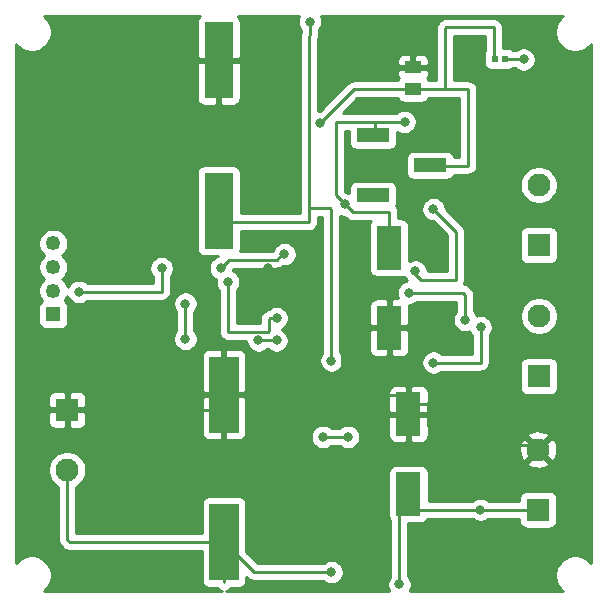
<source format=gbr>
%TF.GenerationSoftware,KiCad,Pcbnew,(5.1.6)-1*%
%TF.CreationDate,2020-08-14T09:47:52+03:00*%
%TF.ProjectId,Circuit Thesis,43697263-7569-4742-9054-68657369732e,rev?*%
%TF.SameCoordinates,Original*%
%TF.FileFunction,Copper,L1,Top*%
%TF.FilePolarity,Positive*%
%FSLAX46Y46*%
G04 Gerber Fmt 4.6, Leading zero omitted, Abs format (unit mm)*
G04 Created by KiCad (PCBNEW (5.1.6)-1) date 2020-08-14 09:47:52*
%MOMM*%
%LPD*%
G01*
G04 APERTURE LIST*
%TA.AperFunction,SMDPad,CuDef*%
%ADD10R,2.120000X3.690000*%
%TD*%
%TA.AperFunction,SMDPad,CuDef*%
%ADD11R,1.420000X1.000000*%
%TD*%
%TA.AperFunction,SMDPad,CuDef*%
%ADD12R,0.540000X0.600000*%
%TD*%
%TA.AperFunction,SMDPad,CuDef*%
%ADD13R,2.790000X1.190000*%
%TD*%
%TA.AperFunction,ComponentPad*%
%ADD14R,1.950000X1.950000*%
%TD*%
%TA.AperFunction,ComponentPad*%
%ADD15C,1.950000*%
%TD*%
%TA.AperFunction,ComponentPad*%
%ADD16R,1.250000X1.250000*%
%TD*%
%TA.AperFunction,ComponentPad*%
%ADD17C,1.250000*%
%TD*%
%TA.AperFunction,SMDPad,CuDef*%
%ADD18R,2.420000X6.460000*%
%TD*%
%TA.AperFunction,SMDPad,CuDef*%
%ADD19R,2.500000X6.500000*%
%TD*%
%TA.AperFunction,ViaPad*%
%ADD20C,0.800000*%
%TD*%
%TA.AperFunction,Conductor*%
%ADD21C,0.250000*%
%TD*%
%TA.AperFunction,Conductor*%
%ADD22C,0.254000*%
%TD*%
G04 APERTURE END LIST*
D10*
%TO.P,C8,1*%
%TO.N,Net-(C8-Pad1)*%
X159893000Y-110133500D03*
%TO.P,C8,2*%
%TO.N,GND*%
X159893000Y-103353500D03*
%TD*%
%TO.P,C2,1*%
%TO.N,VCC*%
X158267400Y-89269200D03*
%TO.P,C2,2*%
%TO.N,GND*%
X158267400Y-96049200D03*
%TD*%
D11*
%TO.P,R5,1*%
%TO.N,Net-(C3-Pad2)*%
X160274000Y-75865000D03*
%TO.P,R5,2*%
%TO.N,GND*%
X160274000Y-73995000D03*
%TD*%
D12*
%TO.P,C3,1*%
%TO.N,VCC*%
X168046600Y-73279000D03*
%TO.P,C3,2*%
%TO.N,Net-(C3-Pad2)*%
X167182600Y-73279000D03*
%TD*%
D13*
%TO.P,R6,1*%
%TO.N,VCC*%
X156893800Y-79756000D03*
%TO.P,R6,3*%
%TO.N,N/C*%
X156893800Y-84836000D03*
%TO.P,R6,2*%
%TO.N,Net-(C3-Pad2)*%
X161723800Y-82296000D03*
%TD*%
D14*
%TO.P,J6,1*%
%TO.N,Net-(C5-Pad1)*%
X170942000Y-100139500D03*
D15*
%TO.P,J6,2*%
%TO.N,Net-(C5-Pad2)*%
X170942000Y-95059500D03*
%TD*%
D14*
%TO.P,J5,1*%
%TO.N,Net-(C4-Pad1)*%
X170916600Y-89052400D03*
D15*
%TO.P,J5,2*%
%TO.N,Net-(C4-Pad2)*%
X170916600Y-83972400D03*
%TD*%
D14*
%TO.P,J2,1*%
%TO.N,Net-(C8-Pad1)*%
X170878500Y-111442500D03*
D15*
%TO.P,J2,2*%
%TO.N,GND*%
X170878500Y-106362500D03*
%TD*%
D14*
%TO.P,J1,1*%
%TO.N,GND*%
X131000000Y-103000000D03*
D15*
%TO.P,J1,2*%
%TO.N,Net-(C1-Pad1)*%
X131000000Y-108080000D03*
%TD*%
D16*
%TO.P,J8,1*%
%TO.N,Net-(J8-Pad1)*%
X129819400Y-94913200D03*
D17*
%TO.P,J8,2*%
%TO.N,Net-(J8-Pad2)*%
X129819400Y-92913200D03*
%TO.P,J8,3*%
%TO.N,Net-(J8-Pad3)*%
X129819400Y-90913200D03*
%TO.P,J8,4*%
%TO.N,Net-(J8-Pad4)*%
X129819400Y-88913200D03*
%TD*%
D18*
%TO.P,C1,1*%
%TO.N,Net-(C1-Pad1)*%
X143827500Y-86131000D03*
%TO.P,C1,2*%
%TO.N,GND*%
X143827500Y-73381000D03*
%TD*%
D19*
%TO.P,C6,1*%
%TO.N,Net-(C1-Pad1)*%
X144272000Y-114200000D03*
%TO.P,C6,2*%
%TO.N,GND*%
X144272000Y-101700000D03*
%TD*%
D20*
%TO.N,GND*%
X148000000Y-93000000D03*
X148000000Y-91000000D03*
X156921200Y-70713600D03*
%TO.N,Net-(C1-Pad1)*%
X153365200Y-98831400D03*
X153365200Y-116738400D03*
X151536400Y-70129400D03*
%TO.N,Net-(C3-Pad2)*%
X152410800Y-78700000D03*
%TO.N,Net-(C4-Pad2)*%
X162000000Y-86000000D03*
X160477200Y-91275000D03*
%TO.N,Net-(C5-Pad2)*%
X162000000Y-99000000D03*
X166000000Y-96000000D03*
%TO.N,Net-(C5-Pad1)*%
X164693600Y-95375000D03*
X159943800Y-93065600D03*
%TO.N,Net-(C8-Pad1)*%
X159131000Y-117779800D03*
X165989000Y-111455200D03*
%TO.N,Net-(J8-Pad3)*%
X144000000Y-91000000D03*
X149389202Y-89809914D03*
%TO.N,Net-(J8-Pad2)*%
X132000000Y-93000000D03*
X139000000Y-91000000D03*
X144602200Y-92151200D03*
X148725000Y-95224600D03*
%TO.N,Net-(J8-Pad1)*%
X147193000Y-97118000D03*
X148725000Y-97118000D03*
%TO.N,VCC*%
X141000000Y-94000000D03*
X141000000Y-97000000D03*
X159562800Y-78613000D03*
X169646600Y-73329800D03*
X154508200Y-85598000D03*
%TO.N,Net-(D2-PadC)*%
X152640200Y-105283000D03*
X154762200Y-105283000D03*
%TD*%
D21*
%TO.N,GND*%
X142972000Y-103000000D02*
X144272000Y-101700000D01*
X131000000Y-103000000D02*
X142972000Y-103000000D01*
X159049500Y-101700000D02*
X159893000Y-102543500D01*
X154300000Y-101700000D02*
X159049500Y-101700000D01*
X144272000Y-101700000D02*
X154300000Y-101700000D01*
X159893000Y-102543500D02*
X165543500Y-102543500D01*
X165543500Y-102543500D02*
X166000000Y-103000000D01*
X166000000Y-103000000D02*
X166000000Y-106000000D01*
X170516000Y-106000000D02*
X170878500Y-106362500D01*
X166000000Y-106000000D02*
X170516000Y-106000000D01*
X148000000Y-93000000D02*
X148000000Y-91000000D01*
X160274000Y-73995000D02*
X160274000Y-70739000D01*
X160274000Y-70739000D02*
X160248600Y-70713600D01*
X160248600Y-70713600D02*
X156921200Y-70713600D01*
X154300000Y-97700000D02*
X154300000Y-101700000D01*
X158267400Y-96049200D02*
X155950800Y-96049200D01*
X155950800Y-96049200D02*
X154300000Y-97700000D01*
%TO.N,Net-(C1-Pad1)*%
X131000000Y-108080000D02*
X131000000Y-114000000D01*
X131200000Y-114200000D02*
X144272000Y-114200000D01*
X131000000Y-114000000D02*
X131200000Y-114200000D01*
X151466601Y-87103001D02*
X151447602Y-87122000D01*
X144943500Y-87122000D02*
X143827500Y-86006000D01*
X151447602Y-87122000D02*
X144943500Y-87122000D01*
X151466601Y-85921799D02*
X151466601Y-87103001D01*
X151466601Y-71316799D02*
X151466601Y-85921799D01*
X144272000Y-114200000D02*
X144272000Y-117602000D01*
X146810400Y-116738400D02*
X144272000Y-114200000D01*
X153365200Y-116738400D02*
X146810400Y-116738400D01*
X151536400Y-71247000D02*
X151466601Y-71316799D01*
X151536400Y-70129400D02*
X151536400Y-71247000D01*
X153257199Y-85921799D02*
X153365200Y-86029800D01*
X151466601Y-85921799D02*
X153257199Y-85921799D01*
X153365200Y-86029800D02*
X153365200Y-86944200D01*
X153365200Y-98831400D02*
X153365200Y-86944200D01*
%TO.N,Net-(C3-Pad2)*%
X155243300Y-75867500D02*
X160274000Y-75867500D01*
X152410800Y-78700000D02*
X155243300Y-75867500D01*
X160274000Y-75867500D02*
X163005500Y-75867500D01*
X163005500Y-75867500D02*
X164949900Y-75867500D01*
X164949900Y-75867500D02*
X164947600Y-75869800D01*
X164947600Y-75869800D02*
X164947600Y-82321400D01*
X161749200Y-82321400D02*
X161723800Y-82296000D01*
X164947600Y-82321400D02*
X161749200Y-82321400D01*
X163005500Y-70651100D02*
X163044600Y-70612000D01*
X163044600Y-70612000D02*
X167106600Y-70612000D01*
X167132000Y-73228400D02*
X167182600Y-73279000D01*
X167106600Y-70612000D02*
X167132000Y-70637400D01*
X163005500Y-75867500D02*
X163005500Y-70651100D01*
X167132000Y-70637400D02*
X167132000Y-73228400D01*
%TO.N,Net-(C4-Pad2)*%
X160961000Y-92000000D02*
X160477200Y-91516200D01*
X160477200Y-91516200D02*
X160477200Y-91275000D01*
X162000000Y-86000000D02*
X163906200Y-87906200D01*
X163906200Y-87906200D02*
X163906200Y-91973400D01*
X163879600Y-92000000D02*
X161822200Y-92000000D01*
X163906200Y-91973400D02*
X163879600Y-92000000D01*
X162000000Y-92000000D02*
X161822200Y-92000000D01*
X161822200Y-92000000D02*
X160961000Y-92000000D01*
%TO.N,Net-(C5-Pad2)*%
X162000000Y-99000000D02*
X166000000Y-99000000D01*
X166000000Y-99000000D02*
X166000000Y-96000000D01*
%TO.N,Net-(C5-Pad1)*%
X164693600Y-93268800D02*
X164693600Y-95375000D01*
X164490400Y-93065600D02*
X164693600Y-93268800D01*
X163017200Y-93065600D02*
X163245800Y-93065600D01*
X163017200Y-93065600D02*
X164490400Y-93065600D01*
X159943800Y-93065600D02*
X163017200Y-93065600D01*
%TO.N,Net-(C8-Pad1)*%
X160392000Y-111442500D02*
X159893000Y-110943500D01*
X159131000Y-111705500D02*
X159893000Y-110943500D01*
X159131000Y-117779800D02*
X159131000Y-111705500D01*
X166001700Y-111442500D02*
X160392000Y-111442500D01*
X166001700Y-111442500D02*
X165989000Y-111455200D01*
X170878500Y-111442500D02*
X166001700Y-111442500D01*
%TO.N,Net-(J8-Pad3)*%
X144725001Y-90274999D02*
X148725001Y-90274999D01*
X144000000Y-91000000D02*
X144725001Y-90274999D01*
X148725001Y-90274999D02*
X149190086Y-89809914D01*
X149190086Y-89809914D02*
X149389202Y-89809914D01*
%TO.N,Net-(J8-Pad2)*%
X132000000Y-93000000D02*
X139000000Y-93000000D01*
X139000000Y-93000000D02*
X139000000Y-91000000D01*
X144602200Y-92151200D02*
X144602200Y-96393000D01*
X144602200Y-96393000D02*
X147980400Y-96393000D01*
X147980400Y-96393000D02*
X148082000Y-96291400D01*
X148082000Y-96291400D02*
X148082000Y-95275400D01*
X148082000Y-95275400D02*
X148132800Y-95224600D01*
X148132800Y-95224600D02*
X148725000Y-95224600D01*
%TO.N,Net-(J8-Pad1)*%
X147193000Y-97118000D02*
X148553000Y-97118000D01*
X148553000Y-97118000D02*
X148725000Y-97118000D01*
%TO.N,VCC*%
X141000000Y-94000000D02*
X141000000Y-97000000D01*
X157033500Y-78613000D02*
X159562800Y-78613000D01*
X157033500Y-78613000D02*
X153771600Y-78613000D01*
X153771600Y-78613000D02*
X153746200Y-78638400D01*
X153746200Y-78638400D02*
X153746200Y-84836000D01*
X153746200Y-84836000D02*
X154508200Y-85598000D01*
X157033500Y-79616300D02*
X156893800Y-79756000D01*
X157033500Y-78613000D02*
X157033500Y-79616300D01*
X169595800Y-73279000D02*
X169646600Y-73329800D01*
X168046600Y-73279000D02*
X169595800Y-73279000D01*
X158267400Y-89269200D02*
X158267400Y-86283800D01*
X155194000Y-86283800D02*
X154508200Y-85598000D01*
X158267400Y-86283800D02*
X155194000Y-86283800D01*
%TO.N,Net-(D2-PadC)*%
X152640200Y-105283000D02*
X154762200Y-105283000D01*
%TD*%
D22*
%TO.N,GND*%
G36*
X142166315Y-69699815D02*
G01*
X142086963Y-69796506D01*
X142027998Y-69906820D01*
X141991688Y-70026518D01*
X141979428Y-70151000D01*
X141982500Y-73095250D01*
X142141250Y-73254000D01*
X143700500Y-73254000D01*
X143700500Y-73234000D01*
X143954500Y-73234000D01*
X143954500Y-73254000D01*
X145513750Y-73254000D01*
X145672500Y-73095250D01*
X145675572Y-70151000D01*
X145663312Y-70026518D01*
X145627002Y-69906820D01*
X145568037Y-69796506D01*
X145488685Y-69699815D01*
X145440170Y-69660000D01*
X150610556Y-69660000D01*
X150541174Y-69827502D01*
X150501400Y-70027461D01*
X150501400Y-70231339D01*
X150541174Y-70431298D01*
X150619195Y-70619656D01*
X150732463Y-70789174D01*
X150776401Y-70833112D01*
X150776401Y-70995844D01*
X150761055Y-71024553D01*
X150717598Y-71167814D01*
X150706601Y-71279467D01*
X150706601Y-71279477D01*
X150702925Y-71316799D01*
X150706601Y-71354121D01*
X150706602Y-85884456D01*
X150702924Y-85921799D01*
X150706601Y-85959132D01*
X150706601Y-86362000D01*
X145675572Y-86362000D01*
X145675572Y-82901000D01*
X145663312Y-82776518D01*
X145627002Y-82656820D01*
X145568037Y-82546506D01*
X145488685Y-82449815D01*
X145391994Y-82370463D01*
X145281680Y-82311498D01*
X145161982Y-82275188D01*
X145037500Y-82262928D01*
X142617500Y-82262928D01*
X142493018Y-82275188D01*
X142373320Y-82311498D01*
X142263006Y-82370463D01*
X142166315Y-82449815D01*
X142086963Y-82546506D01*
X142027998Y-82656820D01*
X141991688Y-82776518D01*
X141979428Y-82901000D01*
X141979428Y-89361000D01*
X141991688Y-89485482D01*
X142027998Y-89605180D01*
X142086963Y-89715494D01*
X142166315Y-89812185D01*
X142263006Y-89891537D01*
X142373320Y-89950502D01*
X142493018Y-89986812D01*
X142617500Y-89999072D01*
X143726768Y-89999072D01*
X143698102Y-90004774D01*
X143509744Y-90082795D01*
X143340226Y-90196063D01*
X143196063Y-90340226D01*
X143082795Y-90509744D01*
X143004774Y-90698102D01*
X142965000Y-90898061D01*
X142965000Y-91101939D01*
X143004774Y-91301898D01*
X143082795Y-91490256D01*
X143196063Y-91659774D01*
X143340226Y-91803937D01*
X143509744Y-91917205D01*
X143587094Y-91949245D01*
X143567200Y-92049261D01*
X143567200Y-92253139D01*
X143606974Y-92453098D01*
X143684995Y-92641456D01*
X143798263Y-92810974D01*
X143842200Y-92854911D01*
X143842201Y-96355657D01*
X143838523Y-96393000D01*
X143853197Y-96541986D01*
X143896654Y-96685247D01*
X143967226Y-96817276D01*
X144062199Y-96933001D01*
X144177924Y-97027974D01*
X144309953Y-97098546D01*
X144453214Y-97142003D01*
X144564867Y-97153000D01*
X144602200Y-97156677D01*
X144639533Y-97153000D01*
X146158000Y-97153000D01*
X146158000Y-97219939D01*
X146197774Y-97419898D01*
X146275795Y-97608256D01*
X146389063Y-97777774D01*
X146533226Y-97921937D01*
X146702744Y-98035205D01*
X146891102Y-98113226D01*
X147091061Y-98153000D01*
X147294939Y-98153000D01*
X147494898Y-98113226D01*
X147683256Y-98035205D01*
X147852774Y-97921937D01*
X147896711Y-97878000D01*
X148021289Y-97878000D01*
X148065226Y-97921937D01*
X148234744Y-98035205D01*
X148423102Y-98113226D01*
X148623061Y-98153000D01*
X148826939Y-98153000D01*
X149026898Y-98113226D01*
X149215256Y-98035205D01*
X149384774Y-97921937D01*
X149528937Y-97777774D01*
X149642205Y-97608256D01*
X149720226Y-97419898D01*
X149760000Y-97219939D01*
X149760000Y-97016061D01*
X149720226Y-96816102D01*
X149642205Y-96627744D01*
X149528937Y-96458226D01*
X149384774Y-96314063D01*
X149215256Y-96200795D01*
X149144049Y-96171300D01*
X149215256Y-96141805D01*
X149384774Y-96028537D01*
X149528937Y-95884374D01*
X149642205Y-95714856D01*
X149720226Y-95526498D01*
X149760000Y-95326539D01*
X149760000Y-95122661D01*
X149720226Y-94922702D01*
X149642205Y-94734344D01*
X149528937Y-94564826D01*
X149384774Y-94420663D01*
X149215256Y-94307395D01*
X149026898Y-94229374D01*
X148826939Y-94189600D01*
X148623061Y-94189600D01*
X148423102Y-94229374D01*
X148234744Y-94307395D01*
X148065226Y-94420663D01*
X148013185Y-94472704D01*
X147983814Y-94475597D01*
X147840553Y-94519054D01*
X147708524Y-94589626D01*
X147592799Y-94684599D01*
X147569899Y-94712503D01*
X147542000Y-94735399D01*
X147518202Y-94764397D01*
X147518201Y-94764398D01*
X147447026Y-94851124D01*
X147376454Y-94983154D01*
X147349170Y-95073102D01*
X147332998Y-95126414D01*
X147323327Y-95224600D01*
X147318324Y-95275400D01*
X147322001Y-95312732D01*
X147322001Y-95633000D01*
X145362200Y-95633000D01*
X145362200Y-92854911D01*
X145406137Y-92810974D01*
X145519405Y-92641456D01*
X145597426Y-92453098D01*
X145637200Y-92253139D01*
X145637200Y-92049261D01*
X145597426Y-91849302D01*
X145519405Y-91660944D01*
X145406137Y-91491426D01*
X145261974Y-91347263D01*
X145092456Y-91233995D01*
X145015106Y-91201955D01*
X145035000Y-91101939D01*
X145035000Y-91039802D01*
X145039803Y-91034999D01*
X148687679Y-91034999D01*
X148725001Y-91038675D01*
X148762323Y-91034999D01*
X148762334Y-91034999D01*
X148873987Y-91024002D01*
X149017248Y-90980545D01*
X149149277Y-90909973D01*
X149240006Y-90835514D01*
X149287263Y-90844914D01*
X149491141Y-90844914D01*
X149691100Y-90805140D01*
X149879458Y-90727119D01*
X150048976Y-90613851D01*
X150193139Y-90469688D01*
X150306407Y-90300170D01*
X150384428Y-90111812D01*
X150424202Y-89911853D01*
X150424202Y-89707975D01*
X150384428Y-89508016D01*
X150306407Y-89319658D01*
X150193139Y-89150140D01*
X150048976Y-89005977D01*
X149879458Y-88892709D01*
X149691100Y-88814688D01*
X149491141Y-88774914D01*
X149287263Y-88774914D01*
X149087304Y-88814688D01*
X148898946Y-88892709D01*
X148729428Y-89005977D01*
X148585265Y-89150140D01*
X148471997Y-89319658D01*
X148393976Y-89508016D01*
X148392587Y-89514999D01*
X145654358Y-89514999D01*
X145663312Y-89485482D01*
X145675572Y-89361000D01*
X145675572Y-87882000D01*
X151410280Y-87882000D01*
X151447602Y-87885676D01*
X151484924Y-87882000D01*
X151484935Y-87882000D01*
X151596588Y-87871003D01*
X151739849Y-87827546D01*
X151871878Y-87756974D01*
X151987603Y-87662001D01*
X151996167Y-87651566D01*
X152006602Y-87643002D01*
X152101575Y-87527277D01*
X152172147Y-87395248D01*
X152215604Y-87251987D01*
X152226601Y-87140334D01*
X152226601Y-87140326D01*
X152230277Y-87103001D01*
X152226601Y-87065676D01*
X152226601Y-86681799D01*
X152605201Y-86681799D01*
X152605201Y-86906867D01*
X152605200Y-98127689D01*
X152561263Y-98171626D01*
X152447995Y-98341144D01*
X152369974Y-98529502D01*
X152330200Y-98729461D01*
X152330200Y-98933339D01*
X152369974Y-99133298D01*
X152447995Y-99321656D01*
X152561263Y-99491174D01*
X152705426Y-99635337D01*
X152874944Y-99748605D01*
X153063302Y-99826626D01*
X153263261Y-99866400D01*
X153467139Y-99866400D01*
X153667098Y-99826626D01*
X153855456Y-99748605D01*
X154024974Y-99635337D01*
X154169137Y-99491174D01*
X154282405Y-99321656D01*
X154360426Y-99133298D01*
X154400200Y-98933339D01*
X154400200Y-98729461D01*
X154360426Y-98529502D01*
X154282405Y-98341144D01*
X154169137Y-98171626D01*
X154125200Y-98127689D01*
X154125200Y-97894200D01*
X156569328Y-97894200D01*
X156581588Y-98018682D01*
X156617898Y-98138380D01*
X156676863Y-98248694D01*
X156756215Y-98345385D01*
X156852906Y-98424737D01*
X156963220Y-98483702D01*
X157082918Y-98520012D01*
X157207400Y-98532272D01*
X157981650Y-98529200D01*
X158140400Y-98370450D01*
X158140400Y-96176200D01*
X158394400Y-96176200D01*
X158394400Y-98370450D01*
X158553150Y-98529200D01*
X159327400Y-98532272D01*
X159451882Y-98520012D01*
X159571580Y-98483702D01*
X159681894Y-98424737D01*
X159778585Y-98345385D01*
X159857937Y-98248694D01*
X159916902Y-98138380D01*
X159953212Y-98018682D01*
X159965472Y-97894200D01*
X159962400Y-96334950D01*
X159803650Y-96176200D01*
X158394400Y-96176200D01*
X158140400Y-96176200D01*
X156731150Y-96176200D01*
X156572400Y-96334950D01*
X156569328Y-97894200D01*
X154125200Y-97894200D01*
X154125200Y-94204200D01*
X156569328Y-94204200D01*
X156572400Y-95763450D01*
X156731150Y-95922200D01*
X158140400Y-95922200D01*
X158140400Y-93727950D01*
X157981650Y-93569200D01*
X157207400Y-93566128D01*
X157082918Y-93578388D01*
X156963220Y-93614698D01*
X156852906Y-93673663D01*
X156756215Y-93753015D01*
X156676863Y-93849706D01*
X156617898Y-93960020D01*
X156581588Y-94079718D01*
X156569328Y-94204200D01*
X154125200Y-94204200D01*
X154125200Y-86559632D01*
X154206302Y-86593226D01*
X154406261Y-86633000D01*
X154468398Y-86633000D01*
X154630201Y-86794802D01*
X154653999Y-86823801D01*
X154769724Y-86918774D01*
X154901753Y-86989346D01*
X155045014Y-87032803D01*
X155156667Y-87043800D01*
X155156675Y-87043800D01*
X155194000Y-87047476D01*
X155231325Y-87043800D01*
X156698123Y-87043800D01*
X156676863Y-87069706D01*
X156617898Y-87180020D01*
X156581588Y-87299718D01*
X156569328Y-87424200D01*
X156569328Y-91114200D01*
X156581588Y-91238682D01*
X156617898Y-91358380D01*
X156676863Y-91468694D01*
X156756215Y-91565385D01*
X156852906Y-91644737D01*
X156963220Y-91703702D01*
X157082918Y-91740012D01*
X157207400Y-91752272D01*
X159327400Y-91752272D01*
X159451882Y-91740012D01*
X159538638Y-91713695D01*
X159559995Y-91765256D01*
X159673263Y-91934774D01*
X159781163Y-92042674D01*
X159641902Y-92070374D01*
X159453544Y-92148395D01*
X159284026Y-92261663D01*
X159139863Y-92405826D01*
X159026595Y-92575344D01*
X158948574Y-92763702D01*
X158908800Y-92963661D01*
X158908800Y-93167539D01*
X158948574Y-93367498D01*
X159026595Y-93555856D01*
X159034236Y-93567291D01*
X158553150Y-93569200D01*
X158394400Y-93727950D01*
X158394400Y-95922200D01*
X159803650Y-95922200D01*
X159962400Y-95763450D01*
X159965472Y-94204200D01*
X159955269Y-94100600D01*
X160045739Y-94100600D01*
X160245698Y-94060826D01*
X160434056Y-93982805D01*
X160603574Y-93869537D01*
X160647511Y-93825600D01*
X163933600Y-93825600D01*
X163933601Y-94671288D01*
X163889663Y-94715226D01*
X163776395Y-94884744D01*
X163698374Y-95073102D01*
X163658600Y-95273061D01*
X163658600Y-95476939D01*
X163698374Y-95676898D01*
X163776395Y-95865256D01*
X163889663Y-96034774D01*
X164033826Y-96178937D01*
X164203344Y-96292205D01*
X164391702Y-96370226D01*
X164591661Y-96410000D01*
X164795539Y-96410000D01*
X164995498Y-96370226D01*
X165027573Y-96356940D01*
X165082795Y-96490256D01*
X165196063Y-96659774D01*
X165240001Y-96703712D01*
X165240000Y-98240000D01*
X162703711Y-98240000D01*
X162659774Y-98196063D01*
X162490256Y-98082795D01*
X162301898Y-98004774D01*
X162101939Y-97965000D01*
X161898061Y-97965000D01*
X161698102Y-98004774D01*
X161509744Y-98082795D01*
X161340226Y-98196063D01*
X161196063Y-98340226D01*
X161082795Y-98509744D01*
X161004774Y-98698102D01*
X160965000Y-98898061D01*
X160965000Y-99101939D01*
X161004774Y-99301898D01*
X161082795Y-99490256D01*
X161196063Y-99659774D01*
X161340226Y-99803937D01*
X161509744Y-99917205D01*
X161698102Y-99995226D01*
X161898061Y-100035000D01*
X162101939Y-100035000D01*
X162301898Y-99995226D01*
X162490256Y-99917205D01*
X162659774Y-99803937D01*
X162703711Y-99760000D01*
X165962667Y-99760000D01*
X166000000Y-99763677D01*
X166037333Y-99760000D01*
X166148986Y-99749003D01*
X166292247Y-99705546D01*
X166424276Y-99634974D01*
X166540001Y-99540001D01*
X166634974Y-99424276D01*
X166705546Y-99292247D01*
X166744296Y-99164500D01*
X169328928Y-99164500D01*
X169328928Y-101114500D01*
X169341188Y-101238982D01*
X169377498Y-101358680D01*
X169436463Y-101468994D01*
X169515815Y-101565685D01*
X169612506Y-101645037D01*
X169722820Y-101704002D01*
X169842518Y-101740312D01*
X169967000Y-101752572D01*
X171917000Y-101752572D01*
X172041482Y-101740312D01*
X172161180Y-101704002D01*
X172271494Y-101645037D01*
X172368185Y-101565685D01*
X172447537Y-101468994D01*
X172506502Y-101358680D01*
X172542812Y-101238982D01*
X172555072Y-101114500D01*
X172555072Y-99164500D01*
X172542812Y-99040018D01*
X172506502Y-98920320D01*
X172447537Y-98810006D01*
X172368185Y-98713315D01*
X172271494Y-98633963D01*
X172161180Y-98574998D01*
X172041482Y-98538688D01*
X171917000Y-98526428D01*
X169967000Y-98526428D01*
X169842518Y-98538688D01*
X169722820Y-98574998D01*
X169612506Y-98633963D01*
X169515815Y-98713315D01*
X169436463Y-98810006D01*
X169377498Y-98920320D01*
X169341188Y-99040018D01*
X169328928Y-99164500D01*
X166744296Y-99164500D01*
X166749003Y-99148986D01*
X166763677Y-99000000D01*
X166760000Y-98962667D01*
X166760000Y-96703711D01*
X166803937Y-96659774D01*
X166917205Y-96490256D01*
X166995226Y-96301898D01*
X167035000Y-96101939D01*
X167035000Y-95898061D01*
X166995226Y-95698102D01*
X166917205Y-95509744D01*
X166803937Y-95340226D01*
X166659774Y-95196063D01*
X166490256Y-95082795D01*
X166301898Y-95004774D01*
X166101939Y-94965000D01*
X165898061Y-94965000D01*
X165698102Y-95004774D01*
X165666027Y-95018060D01*
X165617510Y-94900929D01*
X169332000Y-94900929D01*
X169332000Y-95218071D01*
X169393871Y-95529120D01*
X169515237Y-95822121D01*
X169691431Y-96085815D01*
X169915685Y-96310069D01*
X170179379Y-96486263D01*
X170472380Y-96607629D01*
X170783429Y-96669500D01*
X171100571Y-96669500D01*
X171411620Y-96607629D01*
X171704621Y-96486263D01*
X171968315Y-96310069D01*
X172192569Y-96085815D01*
X172368763Y-95822121D01*
X172490129Y-95529120D01*
X172552000Y-95218071D01*
X172552000Y-94900929D01*
X172490129Y-94589880D01*
X172368763Y-94296879D01*
X172192569Y-94033185D01*
X171968315Y-93808931D01*
X171704621Y-93632737D01*
X171411620Y-93511371D01*
X171100571Y-93449500D01*
X170783429Y-93449500D01*
X170472380Y-93511371D01*
X170179379Y-93632737D01*
X169915685Y-93808931D01*
X169691431Y-94033185D01*
X169515237Y-94296879D01*
X169393871Y-94589880D01*
X169332000Y-94900929D01*
X165617510Y-94900929D01*
X165610805Y-94884744D01*
X165497537Y-94715226D01*
X165453600Y-94671289D01*
X165453600Y-93306122D01*
X165457276Y-93268799D01*
X165453600Y-93231476D01*
X165453600Y-93231467D01*
X165442603Y-93119814D01*
X165399146Y-92976553D01*
X165328574Y-92844524D01*
X165233601Y-92728799D01*
X165204598Y-92704997D01*
X165054204Y-92554603D01*
X165030401Y-92525599D01*
X164914676Y-92430626D01*
X164782647Y-92360054D01*
X164639386Y-92316597D01*
X164587257Y-92311463D01*
X164611746Y-92265647D01*
X164655203Y-92122386D01*
X164666200Y-92010733D01*
X164666200Y-92010723D01*
X164669876Y-91973401D01*
X164666200Y-91936078D01*
X164666200Y-88077400D01*
X169303528Y-88077400D01*
X169303528Y-90027400D01*
X169315788Y-90151882D01*
X169352098Y-90271580D01*
X169411063Y-90381894D01*
X169490415Y-90478585D01*
X169587106Y-90557937D01*
X169697420Y-90616902D01*
X169817118Y-90653212D01*
X169941600Y-90665472D01*
X171891600Y-90665472D01*
X172016082Y-90653212D01*
X172135780Y-90616902D01*
X172246094Y-90557937D01*
X172342785Y-90478585D01*
X172422137Y-90381894D01*
X172481102Y-90271580D01*
X172517412Y-90151882D01*
X172529672Y-90027400D01*
X172529672Y-88077400D01*
X172517412Y-87952918D01*
X172481102Y-87833220D01*
X172422137Y-87722906D01*
X172342785Y-87626215D01*
X172246094Y-87546863D01*
X172135780Y-87487898D01*
X172016082Y-87451588D01*
X171891600Y-87439328D01*
X169941600Y-87439328D01*
X169817118Y-87451588D01*
X169697420Y-87487898D01*
X169587106Y-87546863D01*
X169490415Y-87626215D01*
X169411063Y-87722906D01*
X169352098Y-87833220D01*
X169315788Y-87952918D01*
X169303528Y-88077400D01*
X164666200Y-88077400D01*
X164666200Y-87943523D01*
X164669876Y-87906200D01*
X164666200Y-87868877D01*
X164666200Y-87868867D01*
X164655203Y-87757214D01*
X164611746Y-87613953D01*
X164575885Y-87546863D01*
X164541174Y-87481923D01*
X164469999Y-87395197D01*
X164446201Y-87366199D01*
X164417204Y-87342402D01*
X163035000Y-85960199D01*
X163035000Y-85898061D01*
X162995226Y-85698102D01*
X162917205Y-85509744D01*
X162803937Y-85340226D01*
X162659774Y-85196063D01*
X162490256Y-85082795D01*
X162301898Y-85004774D01*
X162101939Y-84965000D01*
X161898061Y-84965000D01*
X161698102Y-85004774D01*
X161509744Y-85082795D01*
X161340226Y-85196063D01*
X161196063Y-85340226D01*
X161082795Y-85509744D01*
X161004774Y-85698102D01*
X160965000Y-85898061D01*
X160965000Y-86101939D01*
X161004774Y-86301898D01*
X161082795Y-86490256D01*
X161196063Y-86659774D01*
X161340226Y-86803937D01*
X161509744Y-86917205D01*
X161698102Y-86995226D01*
X161898061Y-87035000D01*
X161960199Y-87035000D01*
X163146200Y-88221002D01*
X163146201Y-91240000D01*
X161512200Y-91240000D01*
X161512200Y-91173061D01*
X161472426Y-90973102D01*
X161394405Y-90784744D01*
X161281137Y-90615226D01*
X161136974Y-90471063D01*
X160967456Y-90357795D01*
X160779098Y-90279774D01*
X160579139Y-90240000D01*
X160375261Y-90240000D01*
X160175302Y-90279774D01*
X159986944Y-90357795D01*
X159965472Y-90372142D01*
X159965472Y-87424200D01*
X159953212Y-87299718D01*
X159916902Y-87180020D01*
X159857937Y-87069706D01*
X159778585Y-86973015D01*
X159681894Y-86893663D01*
X159571580Y-86834698D01*
X159451882Y-86798388D01*
X159327400Y-86786128D01*
X159027400Y-86786128D01*
X159027400Y-86321133D01*
X159031077Y-86283800D01*
X159016403Y-86134814D01*
X158972946Y-85991553D01*
X158902374Y-85859524D01*
X158828126Y-85769052D01*
X158878302Y-85675180D01*
X158914612Y-85555482D01*
X158926872Y-85431000D01*
X158926872Y-84241000D01*
X158914612Y-84116518D01*
X158878302Y-83996820D01*
X158819337Y-83886506D01*
X158759693Y-83813829D01*
X169306600Y-83813829D01*
X169306600Y-84130971D01*
X169368471Y-84442020D01*
X169489837Y-84735021D01*
X169666031Y-84998715D01*
X169890285Y-85222969D01*
X170153979Y-85399163D01*
X170446980Y-85520529D01*
X170758029Y-85582400D01*
X171075171Y-85582400D01*
X171386220Y-85520529D01*
X171679221Y-85399163D01*
X171942915Y-85222969D01*
X172167169Y-84998715D01*
X172343363Y-84735021D01*
X172464729Y-84442020D01*
X172526600Y-84130971D01*
X172526600Y-83813829D01*
X172464729Y-83502780D01*
X172343363Y-83209779D01*
X172167169Y-82946085D01*
X171942915Y-82721831D01*
X171679221Y-82545637D01*
X171386220Y-82424271D01*
X171075171Y-82362400D01*
X170758029Y-82362400D01*
X170446980Y-82424271D01*
X170153979Y-82545637D01*
X169890285Y-82721831D01*
X169666031Y-82946085D01*
X169489837Y-83209779D01*
X169368471Y-83502780D01*
X169306600Y-83813829D01*
X158759693Y-83813829D01*
X158739985Y-83789815D01*
X158643294Y-83710463D01*
X158532980Y-83651498D01*
X158413282Y-83615188D01*
X158288800Y-83602928D01*
X155498800Y-83602928D01*
X155374318Y-83615188D01*
X155254620Y-83651498D01*
X155144306Y-83710463D01*
X155047615Y-83789815D01*
X154968263Y-83886506D01*
X154909298Y-83996820D01*
X154872988Y-84116518D01*
X154860728Y-84241000D01*
X154860728Y-84623746D01*
X154810098Y-84602774D01*
X154610139Y-84563000D01*
X154548001Y-84563000D01*
X154506200Y-84521199D01*
X154506200Y-79373000D01*
X154860728Y-79373000D01*
X154860728Y-80351000D01*
X154872988Y-80475482D01*
X154909298Y-80595180D01*
X154968263Y-80705494D01*
X155047615Y-80802185D01*
X155144306Y-80881537D01*
X155254620Y-80940502D01*
X155374318Y-80976812D01*
X155498800Y-80989072D01*
X158288800Y-80989072D01*
X158413282Y-80976812D01*
X158532980Y-80940502D01*
X158643294Y-80881537D01*
X158739985Y-80802185D01*
X158819337Y-80705494D01*
X158878302Y-80595180D01*
X158914612Y-80475482D01*
X158926872Y-80351000D01*
X158926872Y-79432870D01*
X159072544Y-79530205D01*
X159260902Y-79608226D01*
X159460861Y-79648000D01*
X159664739Y-79648000D01*
X159864698Y-79608226D01*
X160053056Y-79530205D01*
X160222574Y-79416937D01*
X160366737Y-79272774D01*
X160480005Y-79103256D01*
X160558026Y-78914898D01*
X160597800Y-78714939D01*
X160597800Y-78511061D01*
X160558026Y-78311102D01*
X160480005Y-78122744D01*
X160366737Y-77953226D01*
X160222574Y-77809063D01*
X160053056Y-77695795D01*
X159864698Y-77617774D01*
X159664739Y-77578000D01*
X159460861Y-77578000D01*
X159260902Y-77617774D01*
X159072544Y-77695795D01*
X158903026Y-77809063D01*
X158859089Y-77853000D01*
X157070833Y-77853000D01*
X157033500Y-77849323D01*
X156996167Y-77853000D01*
X154332601Y-77853000D01*
X155558102Y-76627500D01*
X158984290Y-76627500D01*
X159033463Y-76719494D01*
X159112815Y-76816185D01*
X159209506Y-76895537D01*
X159319820Y-76954502D01*
X159439518Y-76990812D01*
X159564000Y-77003072D01*
X160984000Y-77003072D01*
X161108482Y-76990812D01*
X161228180Y-76954502D01*
X161338494Y-76895537D01*
X161435185Y-76816185D01*
X161514537Y-76719494D01*
X161563710Y-76627500D01*
X162968167Y-76627500D01*
X163005500Y-76631177D01*
X163042833Y-76627500D01*
X164187600Y-76627500D01*
X164187601Y-81561400D01*
X163740026Y-81561400D01*
X163708302Y-81456820D01*
X163649337Y-81346506D01*
X163569985Y-81249815D01*
X163473294Y-81170463D01*
X163362980Y-81111498D01*
X163243282Y-81075188D01*
X163118800Y-81062928D01*
X160328800Y-81062928D01*
X160204318Y-81075188D01*
X160084620Y-81111498D01*
X159974306Y-81170463D01*
X159877615Y-81249815D01*
X159798263Y-81346506D01*
X159739298Y-81456820D01*
X159702988Y-81576518D01*
X159690728Y-81701000D01*
X159690728Y-82891000D01*
X159702988Y-83015482D01*
X159739298Y-83135180D01*
X159798263Y-83245494D01*
X159877615Y-83342185D01*
X159974306Y-83421537D01*
X160084620Y-83480502D01*
X160204318Y-83516812D01*
X160328800Y-83529072D01*
X163118800Y-83529072D01*
X163243282Y-83516812D01*
X163362980Y-83480502D01*
X163473294Y-83421537D01*
X163569985Y-83342185D01*
X163649337Y-83245494D01*
X163708302Y-83135180D01*
X163724616Y-83081400D01*
X164910267Y-83081400D01*
X164947600Y-83085077D01*
X165096586Y-83070403D01*
X165239847Y-83026946D01*
X165371876Y-82956374D01*
X165487601Y-82861401D01*
X165582574Y-82745676D01*
X165653146Y-82613647D01*
X165696603Y-82470386D01*
X165707600Y-82358733D01*
X165711277Y-82321400D01*
X165707600Y-82284067D01*
X165707600Y-75928185D01*
X165713577Y-75867500D01*
X165698903Y-75718514D01*
X165655446Y-75575253D01*
X165584874Y-75443224D01*
X165489901Y-75327499D01*
X165374176Y-75232526D01*
X165242147Y-75161954D01*
X165098886Y-75118497D01*
X164987233Y-75107500D01*
X164987225Y-75107500D01*
X164949900Y-75103824D01*
X164912575Y-75107500D01*
X163765500Y-75107500D01*
X163765500Y-71372000D01*
X166372000Y-71372000D01*
X166372001Y-72643331D01*
X166323098Y-72734820D01*
X166286788Y-72854518D01*
X166274528Y-72979000D01*
X166274528Y-73579000D01*
X166286788Y-73703482D01*
X166323098Y-73823180D01*
X166382063Y-73933494D01*
X166461415Y-74030185D01*
X166558106Y-74109537D01*
X166668420Y-74168502D01*
X166788118Y-74204812D01*
X166912600Y-74217072D01*
X167452600Y-74217072D01*
X167577082Y-74204812D01*
X167614600Y-74193431D01*
X167652118Y-74204812D01*
X167776600Y-74217072D01*
X168316600Y-74217072D01*
X168441082Y-74204812D01*
X168560780Y-74168502D01*
X168671094Y-74109537D01*
X168757044Y-74039000D01*
X168892089Y-74039000D01*
X168986826Y-74133737D01*
X169156344Y-74247005D01*
X169344702Y-74325026D01*
X169544661Y-74364800D01*
X169748539Y-74364800D01*
X169948498Y-74325026D01*
X170136856Y-74247005D01*
X170306374Y-74133737D01*
X170450537Y-73989574D01*
X170563805Y-73820056D01*
X170641826Y-73631698D01*
X170681600Y-73431739D01*
X170681600Y-73227861D01*
X170641826Y-73027902D01*
X170563805Y-72839544D01*
X170450537Y-72670026D01*
X170306374Y-72525863D01*
X170136856Y-72412595D01*
X169948498Y-72334574D01*
X169748539Y-72294800D01*
X169544661Y-72294800D01*
X169344702Y-72334574D01*
X169156344Y-72412595D01*
X168997097Y-72519000D01*
X168757044Y-72519000D01*
X168671094Y-72448463D01*
X168560780Y-72389498D01*
X168441082Y-72353188D01*
X168316600Y-72340928D01*
X167892000Y-72340928D01*
X167892000Y-70674722D01*
X167895676Y-70637399D01*
X167892000Y-70600077D01*
X167892000Y-70600067D01*
X167881003Y-70488414D01*
X167837546Y-70345153D01*
X167766974Y-70213124D01*
X167672001Y-70097399D01*
X167658050Y-70085950D01*
X167646601Y-70071999D01*
X167530876Y-69977026D01*
X167398847Y-69906454D01*
X167255586Y-69862997D01*
X167143933Y-69852000D01*
X167143922Y-69852000D01*
X167106600Y-69848324D01*
X167069278Y-69852000D01*
X163081925Y-69852000D01*
X163044600Y-69848324D01*
X163007275Y-69852000D01*
X163007267Y-69852000D01*
X162895614Y-69862997D01*
X162752353Y-69906454D01*
X162620324Y-69977026D01*
X162504599Y-70071999D01*
X162486972Y-70093477D01*
X162465500Y-70111099D01*
X162441702Y-70140097D01*
X162441701Y-70140098D01*
X162370526Y-70226824D01*
X162299954Y-70358854D01*
X162277979Y-70431298D01*
X162256498Y-70502114D01*
X162245501Y-70613767D01*
X162241824Y-70651100D01*
X162245501Y-70688432D01*
X162245500Y-75107500D01*
X161566382Y-75107500D01*
X161514537Y-75010506D01*
X161448468Y-74930000D01*
X161514537Y-74849494D01*
X161573502Y-74739180D01*
X161609812Y-74619482D01*
X161622072Y-74495000D01*
X161619000Y-74280750D01*
X161460250Y-74122000D01*
X160401000Y-74122000D01*
X160401000Y-74142000D01*
X160147000Y-74142000D01*
X160147000Y-74122000D01*
X159087750Y-74122000D01*
X158929000Y-74280750D01*
X158925928Y-74495000D01*
X158938188Y-74619482D01*
X158974498Y-74739180D01*
X159033463Y-74849494D01*
X159099532Y-74930000D01*
X159033463Y-75010506D01*
X158981618Y-75107500D01*
X155280623Y-75107500D01*
X155243300Y-75103824D01*
X155205977Y-75107500D01*
X155205967Y-75107500D01*
X155094314Y-75118497D01*
X154951053Y-75161954D01*
X154819023Y-75232526D01*
X154735383Y-75301168D01*
X154703299Y-75327499D01*
X154679501Y-75356497D01*
X152370999Y-77665000D01*
X152308861Y-77665000D01*
X152226601Y-77681362D01*
X152226601Y-73495000D01*
X158925928Y-73495000D01*
X158929000Y-73709250D01*
X159087750Y-73868000D01*
X160147000Y-73868000D01*
X160147000Y-73018750D01*
X160401000Y-73018750D01*
X160401000Y-73868000D01*
X161460250Y-73868000D01*
X161619000Y-73709250D01*
X161622072Y-73495000D01*
X161609812Y-73370518D01*
X161573502Y-73250820D01*
X161514537Y-73140506D01*
X161435185Y-73043815D01*
X161338494Y-72964463D01*
X161228180Y-72905498D01*
X161108482Y-72869188D01*
X160984000Y-72856928D01*
X160559750Y-72860000D01*
X160401000Y-73018750D01*
X160147000Y-73018750D01*
X159988250Y-72860000D01*
X159564000Y-72856928D01*
X159439518Y-72869188D01*
X159319820Y-72905498D01*
X159209506Y-72964463D01*
X159112815Y-73043815D01*
X159033463Y-73140506D01*
X158974498Y-73250820D01*
X158938188Y-73370518D01*
X158925928Y-73495000D01*
X152226601Y-73495000D01*
X152226601Y-71567955D01*
X152241946Y-71539247D01*
X152285403Y-71395986D01*
X152296400Y-71284333D01*
X152296400Y-71284325D01*
X152300076Y-71247000D01*
X152296400Y-71209675D01*
X152296400Y-70833111D01*
X152340337Y-70789174D01*
X152453605Y-70619656D01*
X152531626Y-70431298D01*
X152571400Y-70231339D01*
X152571400Y-70027461D01*
X152531626Y-69827502D01*
X152462244Y-69660000D01*
X172972532Y-69660000D01*
X172925875Y-69691175D01*
X172691175Y-69925875D01*
X172506772Y-70201853D01*
X172379754Y-70508504D01*
X172315000Y-70834042D01*
X172315000Y-71165958D01*
X172379754Y-71491496D01*
X172506772Y-71798147D01*
X172691175Y-72074125D01*
X172925875Y-72308825D01*
X173201853Y-72493228D01*
X173508504Y-72620246D01*
X173834042Y-72685000D01*
X174165958Y-72685000D01*
X174491496Y-72620246D01*
X174798147Y-72493228D01*
X175074125Y-72308825D01*
X175308825Y-72074125D01*
X175340001Y-72027467D01*
X175340000Y-115972532D01*
X175308825Y-115925875D01*
X175074125Y-115691175D01*
X174798147Y-115506772D01*
X174491496Y-115379754D01*
X174165958Y-115315000D01*
X173834042Y-115315000D01*
X173508504Y-115379754D01*
X173201853Y-115506772D01*
X172925875Y-115691175D01*
X172691175Y-115925875D01*
X172506772Y-116201853D01*
X172379754Y-116508504D01*
X172315000Y-116834042D01*
X172315000Y-117165958D01*
X172379754Y-117491496D01*
X172506772Y-117798147D01*
X172691175Y-118074125D01*
X172925875Y-118308825D01*
X172972532Y-118340000D01*
X160001470Y-118340000D01*
X160048205Y-118270056D01*
X160126226Y-118081698D01*
X160166000Y-117881739D01*
X160166000Y-117677861D01*
X160126226Y-117477902D01*
X160048205Y-117289544D01*
X159934937Y-117120026D01*
X159891000Y-117076089D01*
X159891000Y-112616572D01*
X160953000Y-112616572D01*
X161077482Y-112604312D01*
X161197180Y-112568002D01*
X161307494Y-112509037D01*
X161404185Y-112429685D01*
X161483537Y-112332994D01*
X161542502Y-112222680D01*
X161548624Y-112202500D01*
X165272589Y-112202500D01*
X165329226Y-112259137D01*
X165498744Y-112372405D01*
X165687102Y-112450426D01*
X165887061Y-112490200D01*
X166090939Y-112490200D01*
X166290898Y-112450426D01*
X166479256Y-112372405D01*
X166648774Y-112259137D01*
X166705411Y-112202500D01*
X169265428Y-112202500D01*
X169265428Y-112417500D01*
X169277688Y-112541982D01*
X169313998Y-112661680D01*
X169372963Y-112771994D01*
X169452315Y-112868685D01*
X169549006Y-112948037D01*
X169659320Y-113007002D01*
X169779018Y-113043312D01*
X169903500Y-113055572D01*
X171853500Y-113055572D01*
X171977982Y-113043312D01*
X172097680Y-113007002D01*
X172207994Y-112948037D01*
X172304685Y-112868685D01*
X172384037Y-112771994D01*
X172443002Y-112661680D01*
X172479312Y-112541982D01*
X172491572Y-112417500D01*
X172491572Y-110467500D01*
X172479312Y-110343018D01*
X172443002Y-110223320D01*
X172384037Y-110113006D01*
X172304685Y-110016315D01*
X172207994Y-109936963D01*
X172097680Y-109877998D01*
X171977982Y-109841688D01*
X171853500Y-109829428D01*
X169903500Y-109829428D01*
X169779018Y-109841688D01*
X169659320Y-109877998D01*
X169549006Y-109936963D01*
X169452315Y-110016315D01*
X169372963Y-110113006D01*
X169313998Y-110223320D01*
X169277688Y-110343018D01*
X169265428Y-110467500D01*
X169265428Y-110682500D01*
X166680011Y-110682500D01*
X166648774Y-110651263D01*
X166479256Y-110537995D01*
X166290898Y-110459974D01*
X166090939Y-110420200D01*
X165887061Y-110420200D01*
X165687102Y-110459974D01*
X165498744Y-110537995D01*
X165329226Y-110651263D01*
X165297989Y-110682500D01*
X161591072Y-110682500D01*
X161591072Y-108288500D01*
X161578812Y-108164018D01*
X161542502Y-108044320D01*
X161483537Y-107934006D01*
X161404185Y-107837315D01*
X161307494Y-107757963D01*
X161197180Y-107698998D01*
X161077482Y-107662688D01*
X160953000Y-107650428D01*
X158833000Y-107650428D01*
X158708518Y-107662688D01*
X158588820Y-107698998D01*
X158478506Y-107757963D01*
X158381815Y-107837315D01*
X158302463Y-107934006D01*
X158243498Y-108044320D01*
X158207188Y-108164018D01*
X158194928Y-108288500D01*
X158194928Y-111978500D01*
X158207188Y-112102982D01*
X158243498Y-112222680D01*
X158302463Y-112332994D01*
X158371001Y-112416508D01*
X158371000Y-117076089D01*
X158327063Y-117120026D01*
X158213795Y-117289544D01*
X158135774Y-117477902D01*
X158096000Y-117677861D01*
X158096000Y-117881739D01*
X158135774Y-118081698D01*
X158213795Y-118270056D01*
X158260530Y-118340000D01*
X144457259Y-118340000D01*
X144564247Y-118307546D01*
X144696276Y-118236974D01*
X144812001Y-118142001D01*
X144856259Y-118088072D01*
X145522000Y-118088072D01*
X145646482Y-118075812D01*
X145766180Y-118039502D01*
X145876494Y-117980537D01*
X145973185Y-117901185D01*
X146052537Y-117804494D01*
X146111502Y-117694180D01*
X146147812Y-117574482D01*
X146160072Y-117450000D01*
X146160072Y-117162874D01*
X146246601Y-117249403D01*
X146270399Y-117278401D01*
X146386124Y-117373374D01*
X146518153Y-117443946D01*
X146661414Y-117487403D01*
X146773067Y-117498400D01*
X146773075Y-117498400D01*
X146810400Y-117502076D01*
X146847725Y-117498400D01*
X152661489Y-117498400D01*
X152705426Y-117542337D01*
X152874944Y-117655605D01*
X153063302Y-117733626D01*
X153263261Y-117773400D01*
X153467139Y-117773400D01*
X153667098Y-117733626D01*
X153855456Y-117655605D01*
X154024974Y-117542337D01*
X154169137Y-117398174D01*
X154282405Y-117228656D01*
X154360426Y-117040298D01*
X154400200Y-116840339D01*
X154400200Y-116636461D01*
X154360426Y-116436502D01*
X154282405Y-116248144D01*
X154169137Y-116078626D01*
X154024974Y-115934463D01*
X153855456Y-115821195D01*
X153667098Y-115743174D01*
X153467139Y-115703400D01*
X153263261Y-115703400D01*
X153063302Y-115743174D01*
X152874944Y-115821195D01*
X152705426Y-115934463D01*
X152661489Y-115978400D01*
X147125202Y-115978400D01*
X146160072Y-115013270D01*
X146160072Y-110950000D01*
X146147812Y-110825518D01*
X146111502Y-110705820D01*
X146052537Y-110595506D01*
X145973185Y-110498815D01*
X145876494Y-110419463D01*
X145766180Y-110360498D01*
X145646482Y-110324188D01*
X145522000Y-110311928D01*
X143022000Y-110311928D01*
X142897518Y-110324188D01*
X142777820Y-110360498D01*
X142667506Y-110419463D01*
X142570815Y-110498815D01*
X142491463Y-110595506D01*
X142432498Y-110705820D01*
X142396188Y-110825518D01*
X142383928Y-110950000D01*
X142383928Y-113440000D01*
X131760000Y-113440000D01*
X131760000Y-109507849D01*
X131762621Y-109506763D01*
X132026315Y-109330569D01*
X132250569Y-109106315D01*
X132426763Y-108842621D01*
X132548129Y-108549620D01*
X132610000Y-108238571D01*
X132610000Y-107921429D01*
X132548129Y-107610380D01*
X132494159Y-107480084D01*
X169940521Y-107480084D01*
X170033266Y-107741929D01*
X170318620Y-107880320D01*
X170625490Y-107960383D01*
X170942084Y-107979040D01*
X171256233Y-107935574D01*
X171555867Y-107831656D01*
X171723734Y-107741929D01*
X171816479Y-107480084D01*
X170878500Y-106542105D01*
X169940521Y-107480084D01*
X132494159Y-107480084D01*
X132426763Y-107317379D01*
X132250569Y-107053685D01*
X132026315Y-106829431D01*
X131762621Y-106653237D01*
X131469620Y-106531871D01*
X131158571Y-106470000D01*
X130841429Y-106470000D01*
X130530380Y-106531871D01*
X130237379Y-106653237D01*
X129973685Y-106829431D01*
X129749431Y-107053685D01*
X129573237Y-107317379D01*
X129451871Y-107610380D01*
X129390000Y-107921429D01*
X129390000Y-108238571D01*
X129451871Y-108549620D01*
X129573237Y-108842621D01*
X129749431Y-109106315D01*
X129973685Y-109330569D01*
X130237379Y-109506763D01*
X130240000Y-109507849D01*
X130240001Y-113962668D01*
X130236324Y-114000000D01*
X130240001Y-114037333D01*
X130250998Y-114148986D01*
X130264180Y-114192442D01*
X130294454Y-114292246D01*
X130365026Y-114424276D01*
X130420809Y-114492247D01*
X130460000Y-114540001D01*
X130488998Y-114563799D01*
X130636196Y-114710997D01*
X130659999Y-114740001D01*
X130775724Y-114834974D01*
X130907753Y-114905546D01*
X131051014Y-114949003D01*
X131162667Y-114960000D01*
X131162675Y-114960000D01*
X131200000Y-114963676D01*
X131237325Y-114960000D01*
X142383928Y-114960000D01*
X142383928Y-117450000D01*
X142396188Y-117574482D01*
X142432498Y-117694180D01*
X142491463Y-117804494D01*
X142570815Y-117901185D01*
X142667506Y-117980537D01*
X142777820Y-118039502D01*
X142897518Y-118075812D01*
X143022000Y-118088072D01*
X143687742Y-118088072D01*
X143732000Y-118142001D01*
X143847725Y-118236974D01*
X143979754Y-118307546D01*
X144086742Y-118340000D01*
X129027468Y-118340000D01*
X129074125Y-118308825D01*
X129308825Y-118074125D01*
X129493228Y-117798147D01*
X129620246Y-117491496D01*
X129685000Y-117165958D01*
X129685000Y-116834042D01*
X129620246Y-116508504D01*
X129493228Y-116201853D01*
X129308825Y-115925875D01*
X129074125Y-115691175D01*
X128798147Y-115506772D01*
X128491496Y-115379754D01*
X128165958Y-115315000D01*
X127834042Y-115315000D01*
X127508504Y-115379754D01*
X127201853Y-115506772D01*
X126925875Y-115691175D01*
X126691175Y-115925875D01*
X126660000Y-115972532D01*
X126660000Y-106426084D01*
X169261960Y-106426084D01*
X169305426Y-106740233D01*
X169409344Y-107039867D01*
X169499071Y-107207734D01*
X169760916Y-107300479D01*
X170698895Y-106362500D01*
X171058105Y-106362500D01*
X171996084Y-107300479D01*
X172257929Y-107207734D01*
X172396320Y-106922380D01*
X172476383Y-106615510D01*
X172495040Y-106298916D01*
X172451574Y-105984767D01*
X172347656Y-105685133D01*
X172257929Y-105517266D01*
X171996084Y-105424521D01*
X171058105Y-106362500D01*
X170698895Y-106362500D01*
X169760916Y-105424521D01*
X169499071Y-105517266D01*
X169360680Y-105802620D01*
X169280617Y-106109490D01*
X169261960Y-106426084D01*
X126660000Y-106426084D01*
X126660000Y-104950000D01*
X142383928Y-104950000D01*
X142396188Y-105074482D01*
X142432498Y-105194180D01*
X142491463Y-105304494D01*
X142570815Y-105401185D01*
X142667506Y-105480537D01*
X142777820Y-105539502D01*
X142897518Y-105575812D01*
X143022000Y-105588072D01*
X143986250Y-105585000D01*
X144145000Y-105426250D01*
X144145000Y-101827000D01*
X144399000Y-101827000D01*
X144399000Y-105426250D01*
X144557750Y-105585000D01*
X145522000Y-105588072D01*
X145646482Y-105575812D01*
X145766180Y-105539502D01*
X145876494Y-105480537D01*
X145973185Y-105401185D01*
X146052537Y-105304494D01*
X146111502Y-105194180D01*
X146115481Y-105181061D01*
X151605200Y-105181061D01*
X151605200Y-105384939D01*
X151644974Y-105584898D01*
X151722995Y-105773256D01*
X151836263Y-105942774D01*
X151980426Y-106086937D01*
X152149944Y-106200205D01*
X152338302Y-106278226D01*
X152538261Y-106318000D01*
X152742139Y-106318000D01*
X152942098Y-106278226D01*
X153130456Y-106200205D01*
X153299974Y-106086937D01*
X153343911Y-106043000D01*
X154058489Y-106043000D01*
X154102426Y-106086937D01*
X154271944Y-106200205D01*
X154460302Y-106278226D01*
X154660261Y-106318000D01*
X154864139Y-106318000D01*
X155064098Y-106278226D01*
X155252456Y-106200205D01*
X155421974Y-106086937D01*
X155566137Y-105942774D01*
X155679405Y-105773256D01*
X155757426Y-105584898D01*
X155797200Y-105384939D01*
X155797200Y-105198500D01*
X158194928Y-105198500D01*
X158207188Y-105322982D01*
X158243498Y-105442680D01*
X158302463Y-105552994D01*
X158381815Y-105649685D01*
X158478506Y-105729037D01*
X158588820Y-105788002D01*
X158708518Y-105824312D01*
X158833000Y-105836572D01*
X159607250Y-105833500D01*
X159766000Y-105674750D01*
X159766000Y-103480500D01*
X160020000Y-103480500D01*
X160020000Y-105674750D01*
X160178750Y-105833500D01*
X160953000Y-105836572D01*
X161077482Y-105824312D01*
X161197180Y-105788002D01*
X161307494Y-105729037D01*
X161404185Y-105649685D01*
X161483537Y-105552994D01*
X161542502Y-105442680D01*
X161578812Y-105322982D01*
X161586500Y-105244916D01*
X169940521Y-105244916D01*
X170878500Y-106182895D01*
X171816479Y-105244916D01*
X171723734Y-104983071D01*
X171438380Y-104844680D01*
X171131510Y-104764617D01*
X170814916Y-104745960D01*
X170500767Y-104789426D01*
X170201133Y-104893344D01*
X170033266Y-104983071D01*
X169940521Y-105244916D01*
X161586500Y-105244916D01*
X161591072Y-105198500D01*
X161588000Y-103639250D01*
X161429250Y-103480500D01*
X160020000Y-103480500D01*
X159766000Y-103480500D01*
X158356750Y-103480500D01*
X158198000Y-103639250D01*
X158194928Y-105198500D01*
X155797200Y-105198500D01*
X155797200Y-105181061D01*
X155757426Y-104981102D01*
X155679405Y-104792744D01*
X155566137Y-104623226D01*
X155421974Y-104479063D01*
X155252456Y-104365795D01*
X155064098Y-104287774D01*
X154864139Y-104248000D01*
X154660261Y-104248000D01*
X154460302Y-104287774D01*
X154271944Y-104365795D01*
X154102426Y-104479063D01*
X154058489Y-104523000D01*
X153343911Y-104523000D01*
X153299974Y-104479063D01*
X153130456Y-104365795D01*
X152942098Y-104287774D01*
X152742139Y-104248000D01*
X152538261Y-104248000D01*
X152338302Y-104287774D01*
X152149944Y-104365795D01*
X151980426Y-104479063D01*
X151836263Y-104623226D01*
X151722995Y-104792744D01*
X151644974Y-104981102D01*
X151605200Y-105181061D01*
X146115481Y-105181061D01*
X146147812Y-105074482D01*
X146160072Y-104950000D01*
X146157000Y-101985750D01*
X145998250Y-101827000D01*
X144399000Y-101827000D01*
X144145000Y-101827000D01*
X142545750Y-101827000D01*
X142387000Y-101985750D01*
X142383928Y-104950000D01*
X126660000Y-104950000D01*
X126660000Y-103975000D01*
X129386928Y-103975000D01*
X129399188Y-104099482D01*
X129435498Y-104219180D01*
X129494463Y-104329494D01*
X129573815Y-104426185D01*
X129670506Y-104505537D01*
X129780820Y-104564502D01*
X129900518Y-104600812D01*
X130025000Y-104613072D01*
X130714250Y-104610000D01*
X130873000Y-104451250D01*
X130873000Y-103127000D01*
X131127000Y-103127000D01*
X131127000Y-104451250D01*
X131285750Y-104610000D01*
X131975000Y-104613072D01*
X132099482Y-104600812D01*
X132219180Y-104564502D01*
X132329494Y-104505537D01*
X132426185Y-104426185D01*
X132505537Y-104329494D01*
X132564502Y-104219180D01*
X132600812Y-104099482D01*
X132613072Y-103975000D01*
X132610000Y-103285750D01*
X132451250Y-103127000D01*
X131127000Y-103127000D01*
X130873000Y-103127000D01*
X129548750Y-103127000D01*
X129390000Y-103285750D01*
X129386928Y-103975000D01*
X126660000Y-103975000D01*
X126660000Y-102025000D01*
X129386928Y-102025000D01*
X129390000Y-102714250D01*
X129548750Y-102873000D01*
X130873000Y-102873000D01*
X130873000Y-101548750D01*
X131127000Y-101548750D01*
X131127000Y-102873000D01*
X132451250Y-102873000D01*
X132610000Y-102714250D01*
X132613072Y-102025000D01*
X132600812Y-101900518D01*
X132564502Y-101780820D01*
X132505537Y-101670506D01*
X132426185Y-101573815D01*
X132329494Y-101494463D01*
X132219180Y-101435498D01*
X132099482Y-101399188D01*
X131975000Y-101386928D01*
X131285750Y-101390000D01*
X131127000Y-101548750D01*
X130873000Y-101548750D01*
X130714250Y-101390000D01*
X130025000Y-101386928D01*
X129900518Y-101399188D01*
X129780820Y-101435498D01*
X129670506Y-101494463D01*
X129573815Y-101573815D01*
X129494463Y-101670506D01*
X129435498Y-101780820D01*
X129399188Y-101900518D01*
X129386928Y-102025000D01*
X126660000Y-102025000D01*
X126660000Y-98450000D01*
X142383928Y-98450000D01*
X142387000Y-101414250D01*
X142545750Y-101573000D01*
X144145000Y-101573000D01*
X144145000Y-97973750D01*
X144399000Y-97973750D01*
X144399000Y-101573000D01*
X145998250Y-101573000D01*
X146062750Y-101508500D01*
X158194928Y-101508500D01*
X158198000Y-103067750D01*
X158356750Y-103226500D01*
X159766000Y-103226500D01*
X159766000Y-101032250D01*
X160020000Y-101032250D01*
X160020000Y-103226500D01*
X161429250Y-103226500D01*
X161588000Y-103067750D01*
X161591072Y-101508500D01*
X161578812Y-101384018D01*
X161542502Y-101264320D01*
X161483537Y-101154006D01*
X161404185Y-101057315D01*
X161307494Y-100977963D01*
X161197180Y-100918998D01*
X161077482Y-100882688D01*
X160953000Y-100870428D01*
X160178750Y-100873500D01*
X160020000Y-101032250D01*
X159766000Y-101032250D01*
X159607250Y-100873500D01*
X158833000Y-100870428D01*
X158708518Y-100882688D01*
X158588820Y-100918998D01*
X158478506Y-100977963D01*
X158381815Y-101057315D01*
X158302463Y-101154006D01*
X158243498Y-101264320D01*
X158207188Y-101384018D01*
X158194928Y-101508500D01*
X146062750Y-101508500D01*
X146157000Y-101414250D01*
X146160072Y-98450000D01*
X146147812Y-98325518D01*
X146111502Y-98205820D01*
X146052537Y-98095506D01*
X145973185Y-97998815D01*
X145876494Y-97919463D01*
X145766180Y-97860498D01*
X145646482Y-97824188D01*
X145522000Y-97811928D01*
X144557750Y-97815000D01*
X144399000Y-97973750D01*
X144145000Y-97973750D01*
X143986250Y-97815000D01*
X143022000Y-97811928D01*
X142897518Y-97824188D01*
X142777820Y-97860498D01*
X142667506Y-97919463D01*
X142570815Y-97998815D01*
X142491463Y-98095506D01*
X142432498Y-98205820D01*
X142396188Y-98325518D01*
X142383928Y-98450000D01*
X126660000Y-98450000D01*
X126660000Y-94288200D01*
X128556328Y-94288200D01*
X128556328Y-95538200D01*
X128568588Y-95662682D01*
X128604898Y-95782380D01*
X128663863Y-95892694D01*
X128743215Y-95989385D01*
X128839906Y-96068737D01*
X128950220Y-96127702D01*
X129069918Y-96164012D01*
X129194400Y-96176272D01*
X130444400Y-96176272D01*
X130568882Y-96164012D01*
X130688580Y-96127702D01*
X130798894Y-96068737D01*
X130895585Y-95989385D01*
X130974937Y-95892694D01*
X131033902Y-95782380D01*
X131070212Y-95662682D01*
X131082472Y-95538200D01*
X131082472Y-94288200D01*
X131070212Y-94163718D01*
X131033902Y-94044020D01*
X130974937Y-93933706D01*
X130895585Y-93837015D01*
X130798894Y-93757663D01*
X130771493Y-93743016D01*
X130798106Y-93716403D01*
X130935998Y-93510034D01*
X131013492Y-93322946D01*
X131082795Y-93490256D01*
X131196063Y-93659774D01*
X131340226Y-93803937D01*
X131509744Y-93917205D01*
X131698102Y-93995226D01*
X131898061Y-94035000D01*
X132101939Y-94035000D01*
X132301898Y-93995226D01*
X132490256Y-93917205D01*
X132518907Y-93898061D01*
X139965000Y-93898061D01*
X139965000Y-94101939D01*
X140004774Y-94301898D01*
X140082795Y-94490256D01*
X140196063Y-94659774D01*
X140240000Y-94703711D01*
X140240001Y-96296288D01*
X140196063Y-96340226D01*
X140082795Y-96509744D01*
X140004774Y-96698102D01*
X139965000Y-96898061D01*
X139965000Y-97101939D01*
X140004774Y-97301898D01*
X140082795Y-97490256D01*
X140196063Y-97659774D01*
X140340226Y-97803937D01*
X140509744Y-97917205D01*
X140698102Y-97995226D01*
X140898061Y-98035000D01*
X141101939Y-98035000D01*
X141301898Y-97995226D01*
X141490256Y-97917205D01*
X141659774Y-97803937D01*
X141803937Y-97659774D01*
X141917205Y-97490256D01*
X141995226Y-97301898D01*
X142035000Y-97101939D01*
X142035000Y-96898061D01*
X141995226Y-96698102D01*
X141917205Y-96509744D01*
X141803937Y-96340226D01*
X141760000Y-96296289D01*
X141760000Y-94703711D01*
X141803937Y-94659774D01*
X141917205Y-94490256D01*
X141995226Y-94301898D01*
X142035000Y-94101939D01*
X142035000Y-93898061D01*
X141995226Y-93698102D01*
X141917205Y-93509744D01*
X141803937Y-93340226D01*
X141659774Y-93196063D01*
X141490256Y-93082795D01*
X141301898Y-93004774D01*
X141101939Y-92965000D01*
X140898061Y-92965000D01*
X140698102Y-93004774D01*
X140509744Y-93082795D01*
X140340226Y-93196063D01*
X140196063Y-93340226D01*
X140082795Y-93509744D01*
X140004774Y-93698102D01*
X139965000Y-93898061D01*
X132518907Y-93898061D01*
X132659774Y-93803937D01*
X132703711Y-93760000D01*
X138962667Y-93760000D01*
X139000000Y-93763677D01*
X139037333Y-93760000D01*
X139148986Y-93749003D01*
X139292247Y-93705546D01*
X139424276Y-93634974D01*
X139540001Y-93540001D01*
X139634974Y-93424276D01*
X139705546Y-93292247D01*
X139749003Y-93148986D01*
X139763677Y-93000000D01*
X139760000Y-92962667D01*
X139760000Y-91703711D01*
X139803937Y-91659774D01*
X139917205Y-91490256D01*
X139995226Y-91301898D01*
X140035000Y-91101939D01*
X140035000Y-90898061D01*
X139995226Y-90698102D01*
X139917205Y-90509744D01*
X139803937Y-90340226D01*
X139659774Y-90196063D01*
X139490256Y-90082795D01*
X139301898Y-90004774D01*
X139101939Y-89965000D01*
X138898061Y-89965000D01*
X138698102Y-90004774D01*
X138509744Y-90082795D01*
X138340226Y-90196063D01*
X138196063Y-90340226D01*
X138082795Y-90509744D01*
X138004774Y-90698102D01*
X137965000Y-90898061D01*
X137965000Y-91101939D01*
X138004774Y-91301898D01*
X138082795Y-91490256D01*
X138196063Y-91659774D01*
X138240001Y-91703712D01*
X138240000Y-92240000D01*
X132703711Y-92240000D01*
X132659774Y-92196063D01*
X132490256Y-92082795D01*
X132301898Y-92004774D01*
X132101939Y-91965000D01*
X131898061Y-91965000D01*
X131698102Y-92004774D01*
X131509744Y-92082795D01*
X131340226Y-92196063D01*
X131196063Y-92340226D01*
X131082795Y-92509744D01*
X131042961Y-92605910D01*
X131030979Y-92545671D01*
X130935998Y-92316366D01*
X130798106Y-92109997D01*
X130622603Y-91934494D01*
X130590734Y-91913200D01*
X130622603Y-91891906D01*
X130798106Y-91716403D01*
X130935998Y-91510034D01*
X131030979Y-91280729D01*
X131079400Y-91037299D01*
X131079400Y-90789101D01*
X131030979Y-90545671D01*
X130935998Y-90316366D01*
X130798106Y-90109997D01*
X130622603Y-89934494D01*
X130590734Y-89913200D01*
X130622603Y-89891906D01*
X130798106Y-89716403D01*
X130935998Y-89510034D01*
X131030979Y-89280729D01*
X131079400Y-89037299D01*
X131079400Y-88789101D01*
X131030979Y-88545671D01*
X130935998Y-88316366D01*
X130798106Y-88109997D01*
X130622603Y-87934494D01*
X130416234Y-87796602D01*
X130186929Y-87701621D01*
X129943499Y-87653200D01*
X129695301Y-87653200D01*
X129451871Y-87701621D01*
X129222566Y-87796602D01*
X129016197Y-87934494D01*
X128840694Y-88109997D01*
X128702802Y-88316366D01*
X128607821Y-88545671D01*
X128559400Y-88789101D01*
X128559400Y-89037299D01*
X128607821Y-89280729D01*
X128702802Y-89510034D01*
X128840694Y-89716403D01*
X129016197Y-89891906D01*
X129048066Y-89913200D01*
X129016197Y-89934494D01*
X128840694Y-90109997D01*
X128702802Y-90316366D01*
X128607821Y-90545671D01*
X128559400Y-90789101D01*
X128559400Y-91037299D01*
X128607821Y-91280729D01*
X128702802Y-91510034D01*
X128840694Y-91716403D01*
X129016197Y-91891906D01*
X129048066Y-91913200D01*
X129016197Y-91934494D01*
X128840694Y-92109997D01*
X128702802Y-92316366D01*
X128607821Y-92545671D01*
X128559400Y-92789101D01*
X128559400Y-93037299D01*
X128607821Y-93280729D01*
X128702802Y-93510034D01*
X128840694Y-93716403D01*
X128867307Y-93743016D01*
X128839906Y-93757663D01*
X128743215Y-93837015D01*
X128663863Y-93933706D01*
X128604898Y-94044020D01*
X128568588Y-94163718D01*
X128556328Y-94288200D01*
X126660000Y-94288200D01*
X126660000Y-76611000D01*
X141979428Y-76611000D01*
X141991688Y-76735482D01*
X142027998Y-76855180D01*
X142086963Y-76965494D01*
X142166315Y-77062185D01*
X142263006Y-77141537D01*
X142373320Y-77200502D01*
X142493018Y-77236812D01*
X142617500Y-77249072D01*
X143541750Y-77246000D01*
X143700500Y-77087250D01*
X143700500Y-73508000D01*
X143954500Y-73508000D01*
X143954500Y-77087250D01*
X144113250Y-77246000D01*
X145037500Y-77249072D01*
X145161982Y-77236812D01*
X145281680Y-77200502D01*
X145391994Y-77141537D01*
X145488685Y-77062185D01*
X145568037Y-76965494D01*
X145627002Y-76855180D01*
X145663312Y-76735482D01*
X145675572Y-76611000D01*
X145672500Y-73666750D01*
X145513750Y-73508000D01*
X143954500Y-73508000D01*
X143700500Y-73508000D01*
X142141250Y-73508000D01*
X141982500Y-73666750D01*
X141979428Y-76611000D01*
X126660000Y-76611000D01*
X126660000Y-72027468D01*
X126691175Y-72074125D01*
X126925875Y-72308825D01*
X127201853Y-72493228D01*
X127508504Y-72620246D01*
X127834042Y-72685000D01*
X128165958Y-72685000D01*
X128491496Y-72620246D01*
X128798147Y-72493228D01*
X129074125Y-72308825D01*
X129308825Y-72074125D01*
X129493228Y-71798147D01*
X129620246Y-71491496D01*
X129685000Y-71165958D01*
X129685000Y-70834042D01*
X129620246Y-70508504D01*
X129493228Y-70201853D01*
X129308825Y-69925875D01*
X129074125Y-69691175D01*
X129027468Y-69660000D01*
X142214830Y-69660000D01*
X142166315Y-69699815D01*
G37*
X142166315Y-69699815D02*
X142086963Y-69796506D01*
X142027998Y-69906820D01*
X141991688Y-70026518D01*
X141979428Y-70151000D01*
X141982500Y-73095250D01*
X142141250Y-73254000D01*
X143700500Y-73254000D01*
X143700500Y-73234000D01*
X143954500Y-73234000D01*
X143954500Y-73254000D01*
X145513750Y-73254000D01*
X145672500Y-73095250D01*
X145675572Y-70151000D01*
X145663312Y-70026518D01*
X145627002Y-69906820D01*
X145568037Y-69796506D01*
X145488685Y-69699815D01*
X145440170Y-69660000D01*
X150610556Y-69660000D01*
X150541174Y-69827502D01*
X150501400Y-70027461D01*
X150501400Y-70231339D01*
X150541174Y-70431298D01*
X150619195Y-70619656D01*
X150732463Y-70789174D01*
X150776401Y-70833112D01*
X150776401Y-70995844D01*
X150761055Y-71024553D01*
X150717598Y-71167814D01*
X150706601Y-71279467D01*
X150706601Y-71279477D01*
X150702925Y-71316799D01*
X150706601Y-71354121D01*
X150706602Y-85884456D01*
X150702924Y-85921799D01*
X150706601Y-85959132D01*
X150706601Y-86362000D01*
X145675572Y-86362000D01*
X145675572Y-82901000D01*
X145663312Y-82776518D01*
X145627002Y-82656820D01*
X145568037Y-82546506D01*
X145488685Y-82449815D01*
X145391994Y-82370463D01*
X145281680Y-82311498D01*
X145161982Y-82275188D01*
X145037500Y-82262928D01*
X142617500Y-82262928D01*
X142493018Y-82275188D01*
X142373320Y-82311498D01*
X142263006Y-82370463D01*
X142166315Y-82449815D01*
X142086963Y-82546506D01*
X142027998Y-82656820D01*
X141991688Y-82776518D01*
X141979428Y-82901000D01*
X141979428Y-89361000D01*
X141991688Y-89485482D01*
X142027998Y-89605180D01*
X142086963Y-89715494D01*
X142166315Y-89812185D01*
X142263006Y-89891537D01*
X142373320Y-89950502D01*
X142493018Y-89986812D01*
X142617500Y-89999072D01*
X143726768Y-89999072D01*
X143698102Y-90004774D01*
X143509744Y-90082795D01*
X143340226Y-90196063D01*
X143196063Y-90340226D01*
X143082795Y-90509744D01*
X143004774Y-90698102D01*
X142965000Y-90898061D01*
X142965000Y-91101939D01*
X143004774Y-91301898D01*
X143082795Y-91490256D01*
X143196063Y-91659774D01*
X143340226Y-91803937D01*
X143509744Y-91917205D01*
X143587094Y-91949245D01*
X143567200Y-92049261D01*
X143567200Y-92253139D01*
X143606974Y-92453098D01*
X143684995Y-92641456D01*
X143798263Y-92810974D01*
X143842200Y-92854911D01*
X143842201Y-96355657D01*
X143838523Y-96393000D01*
X143853197Y-96541986D01*
X143896654Y-96685247D01*
X143967226Y-96817276D01*
X144062199Y-96933001D01*
X144177924Y-97027974D01*
X144309953Y-97098546D01*
X144453214Y-97142003D01*
X144564867Y-97153000D01*
X144602200Y-97156677D01*
X144639533Y-97153000D01*
X146158000Y-97153000D01*
X146158000Y-97219939D01*
X146197774Y-97419898D01*
X146275795Y-97608256D01*
X146389063Y-97777774D01*
X146533226Y-97921937D01*
X146702744Y-98035205D01*
X146891102Y-98113226D01*
X147091061Y-98153000D01*
X147294939Y-98153000D01*
X147494898Y-98113226D01*
X147683256Y-98035205D01*
X147852774Y-97921937D01*
X147896711Y-97878000D01*
X148021289Y-97878000D01*
X148065226Y-97921937D01*
X148234744Y-98035205D01*
X148423102Y-98113226D01*
X148623061Y-98153000D01*
X148826939Y-98153000D01*
X149026898Y-98113226D01*
X149215256Y-98035205D01*
X149384774Y-97921937D01*
X149528937Y-97777774D01*
X149642205Y-97608256D01*
X149720226Y-97419898D01*
X149760000Y-97219939D01*
X149760000Y-97016061D01*
X149720226Y-96816102D01*
X149642205Y-96627744D01*
X149528937Y-96458226D01*
X149384774Y-96314063D01*
X149215256Y-96200795D01*
X149144049Y-96171300D01*
X149215256Y-96141805D01*
X149384774Y-96028537D01*
X149528937Y-95884374D01*
X149642205Y-95714856D01*
X149720226Y-95526498D01*
X149760000Y-95326539D01*
X149760000Y-95122661D01*
X149720226Y-94922702D01*
X149642205Y-94734344D01*
X149528937Y-94564826D01*
X149384774Y-94420663D01*
X149215256Y-94307395D01*
X149026898Y-94229374D01*
X148826939Y-94189600D01*
X148623061Y-94189600D01*
X148423102Y-94229374D01*
X148234744Y-94307395D01*
X148065226Y-94420663D01*
X148013185Y-94472704D01*
X147983814Y-94475597D01*
X147840553Y-94519054D01*
X147708524Y-94589626D01*
X147592799Y-94684599D01*
X147569899Y-94712503D01*
X147542000Y-94735399D01*
X147518202Y-94764397D01*
X147518201Y-94764398D01*
X147447026Y-94851124D01*
X147376454Y-94983154D01*
X147349170Y-95073102D01*
X147332998Y-95126414D01*
X147323327Y-95224600D01*
X147318324Y-95275400D01*
X147322001Y-95312732D01*
X147322001Y-95633000D01*
X145362200Y-95633000D01*
X145362200Y-92854911D01*
X145406137Y-92810974D01*
X145519405Y-92641456D01*
X145597426Y-92453098D01*
X145637200Y-92253139D01*
X145637200Y-92049261D01*
X145597426Y-91849302D01*
X145519405Y-91660944D01*
X145406137Y-91491426D01*
X145261974Y-91347263D01*
X145092456Y-91233995D01*
X145015106Y-91201955D01*
X145035000Y-91101939D01*
X145035000Y-91039802D01*
X145039803Y-91034999D01*
X148687679Y-91034999D01*
X148725001Y-91038675D01*
X148762323Y-91034999D01*
X148762334Y-91034999D01*
X148873987Y-91024002D01*
X149017248Y-90980545D01*
X149149277Y-90909973D01*
X149240006Y-90835514D01*
X149287263Y-90844914D01*
X149491141Y-90844914D01*
X149691100Y-90805140D01*
X149879458Y-90727119D01*
X150048976Y-90613851D01*
X150193139Y-90469688D01*
X150306407Y-90300170D01*
X150384428Y-90111812D01*
X150424202Y-89911853D01*
X150424202Y-89707975D01*
X150384428Y-89508016D01*
X150306407Y-89319658D01*
X150193139Y-89150140D01*
X150048976Y-89005977D01*
X149879458Y-88892709D01*
X149691100Y-88814688D01*
X149491141Y-88774914D01*
X149287263Y-88774914D01*
X149087304Y-88814688D01*
X148898946Y-88892709D01*
X148729428Y-89005977D01*
X148585265Y-89150140D01*
X148471997Y-89319658D01*
X148393976Y-89508016D01*
X148392587Y-89514999D01*
X145654358Y-89514999D01*
X145663312Y-89485482D01*
X145675572Y-89361000D01*
X145675572Y-87882000D01*
X151410280Y-87882000D01*
X151447602Y-87885676D01*
X151484924Y-87882000D01*
X151484935Y-87882000D01*
X151596588Y-87871003D01*
X151739849Y-87827546D01*
X151871878Y-87756974D01*
X151987603Y-87662001D01*
X151996167Y-87651566D01*
X152006602Y-87643002D01*
X152101575Y-87527277D01*
X152172147Y-87395248D01*
X152215604Y-87251987D01*
X152226601Y-87140334D01*
X152226601Y-87140326D01*
X152230277Y-87103001D01*
X152226601Y-87065676D01*
X152226601Y-86681799D01*
X152605201Y-86681799D01*
X152605201Y-86906867D01*
X152605200Y-98127689D01*
X152561263Y-98171626D01*
X152447995Y-98341144D01*
X152369974Y-98529502D01*
X152330200Y-98729461D01*
X152330200Y-98933339D01*
X152369974Y-99133298D01*
X152447995Y-99321656D01*
X152561263Y-99491174D01*
X152705426Y-99635337D01*
X152874944Y-99748605D01*
X153063302Y-99826626D01*
X153263261Y-99866400D01*
X153467139Y-99866400D01*
X153667098Y-99826626D01*
X153855456Y-99748605D01*
X154024974Y-99635337D01*
X154169137Y-99491174D01*
X154282405Y-99321656D01*
X154360426Y-99133298D01*
X154400200Y-98933339D01*
X154400200Y-98729461D01*
X154360426Y-98529502D01*
X154282405Y-98341144D01*
X154169137Y-98171626D01*
X154125200Y-98127689D01*
X154125200Y-97894200D01*
X156569328Y-97894200D01*
X156581588Y-98018682D01*
X156617898Y-98138380D01*
X156676863Y-98248694D01*
X156756215Y-98345385D01*
X156852906Y-98424737D01*
X156963220Y-98483702D01*
X157082918Y-98520012D01*
X157207400Y-98532272D01*
X157981650Y-98529200D01*
X158140400Y-98370450D01*
X158140400Y-96176200D01*
X158394400Y-96176200D01*
X158394400Y-98370450D01*
X158553150Y-98529200D01*
X159327400Y-98532272D01*
X159451882Y-98520012D01*
X159571580Y-98483702D01*
X159681894Y-98424737D01*
X159778585Y-98345385D01*
X159857937Y-98248694D01*
X159916902Y-98138380D01*
X159953212Y-98018682D01*
X159965472Y-97894200D01*
X159962400Y-96334950D01*
X159803650Y-96176200D01*
X158394400Y-96176200D01*
X158140400Y-96176200D01*
X156731150Y-96176200D01*
X156572400Y-96334950D01*
X156569328Y-97894200D01*
X154125200Y-97894200D01*
X154125200Y-94204200D01*
X156569328Y-94204200D01*
X156572400Y-95763450D01*
X156731150Y-95922200D01*
X158140400Y-95922200D01*
X158140400Y-93727950D01*
X157981650Y-93569200D01*
X157207400Y-93566128D01*
X157082918Y-93578388D01*
X156963220Y-93614698D01*
X156852906Y-93673663D01*
X156756215Y-93753015D01*
X156676863Y-93849706D01*
X156617898Y-93960020D01*
X156581588Y-94079718D01*
X156569328Y-94204200D01*
X154125200Y-94204200D01*
X154125200Y-86559632D01*
X154206302Y-86593226D01*
X154406261Y-86633000D01*
X154468398Y-86633000D01*
X154630201Y-86794802D01*
X154653999Y-86823801D01*
X154769724Y-86918774D01*
X154901753Y-86989346D01*
X155045014Y-87032803D01*
X155156667Y-87043800D01*
X155156675Y-87043800D01*
X155194000Y-87047476D01*
X155231325Y-87043800D01*
X156698123Y-87043800D01*
X156676863Y-87069706D01*
X156617898Y-87180020D01*
X156581588Y-87299718D01*
X156569328Y-87424200D01*
X156569328Y-91114200D01*
X156581588Y-91238682D01*
X156617898Y-91358380D01*
X156676863Y-91468694D01*
X156756215Y-91565385D01*
X156852906Y-91644737D01*
X156963220Y-91703702D01*
X157082918Y-91740012D01*
X157207400Y-91752272D01*
X159327400Y-91752272D01*
X159451882Y-91740012D01*
X159538638Y-91713695D01*
X159559995Y-91765256D01*
X159673263Y-91934774D01*
X159781163Y-92042674D01*
X159641902Y-92070374D01*
X159453544Y-92148395D01*
X159284026Y-92261663D01*
X159139863Y-92405826D01*
X159026595Y-92575344D01*
X158948574Y-92763702D01*
X158908800Y-92963661D01*
X158908800Y-93167539D01*
X158948574Y-93367498D01*
X159026595Y-93555856D01*
X159034236Y-93567291D01*
X158553150Y-93569200D01*
X158394400Y-93727950D01*
X158394400Y-95922200D01*
X159803650Y-95922200D01*
X159962400Y-95763450D01*
X159965472Y-94204200D01*
X159955269Y-94100600D01*
X160045739Y-94100600D01*
X160245698Y-94060826D01*
X160434056Y-93982805D01*
X160603574Y-93869537D01*
X160647511Y-93825600D01*
X163933600Y-93825600D01*
X163933601Y-94671288D01*
X163889663Y-94715226D01*
X163776395Y-94884744D01*
X163698374Y-95073102D01*
X163658600Y-95273061D01*
X163658600Y-95476939D01*
X163698374Y-95676898D01*
X163776395Y-95865256D01*
X163889663Y-96034774D01*
X164033826Y-96178937D01*
X164203344Y-96292205D01*
X164391702Y-96370226D01*
X164591661Y-96410000D01*
X164795539Y-96410000D01*
X164995498Y-96370226D01*
X165027573Y-96356940D01*
X165082795Y-96490256D01*
X165196063Y-96659774D01*
X165240001Y-96703712D01*
X165240000Y-98240000D01*
X162703711Y-98240000D01*
X162659774Y-98196063D01*
X162490256Y-98082795D01*
X162301898Y-98004774D01*
X162101939Y-97965000D01*
X161898061Y-97965000D01*
X161698102Y-98004774D01*
X161509744Y-98082795D01*
X161340226Y-98196063D01*
X161196063Y-98340226D01*
X161082795Y-98509744D01*
X161004774Y-98698102D01*
X160965000Y-98898061D01*
X160965000Y-99101939D01*
X161004774Y-99301898D01*
X161082795Y-99490256D01*
X161196063Y-99659774D01*
X161340226Y-99803937D01*
X161509744Y-99917205D01*
X161698102Y-99995226D01*
X161898061Y-100035000D01*
X162101939Y-100035000D01*
X162301898Y-99995226D01*
X162490256Y-99917205D01*
X162659774Y-99803937D01*
X162703711Y-99760000D01*
X165962667Y-99760000D01*
X166000000Y-99763677D01*
X166037333Y-99760000D01*
X166148986Y-99749003D01*
X166292247Y-99705546D01*
X166424276Y-99634974D01*
X166540001Y-99540001D01*
X166634974Y-99424276D01*
X166705546Y-99292247D01*
X166744296Y-99164500D01*
X169328928Y-99164500D01*
X169328928Y-101114500D01*
X169341188Y-101238982D01*
X169377498Y-101358680D01*
X169436463Y-101468994D01*
X169515815Y-101565685D01*
X169612506Y-101645037D01*
X169722820Y-101704002D01*
X169842518Y-101740312D01*
X169967000Y-101752572D01*
X171917000Y-101752572D01*
X172041482Y-101740312D01*
X172161180Y-101704002D01*
X172271494Y-101645037D01*
X172368185Y-101565685D01*
X172447537Y-101468994D01*
X172506502Y-101358680D01*
X172542812Y-101238982D01*
X172555072Y-101114500D01*
X172555072Y-99164500D01*
X172542812Y-99040018D01*
X172506502Y-98920320D01*
X172447537Y-98810006D01*
X172368185Y-98713315D01*
X172271494Y-98633963D01*
X172161180Y-98574998D01*
X172041482Y-98538688D01*
X171917000Y-98526428D01*
X169967000Y-98526428D01*
X169842518Y-98538688D01*
X169722820Y-98574998D01*
X169612506Y-98633963D01*
X169515815Y-98713315D01*
X169436463Y-98810006D01*
X169377498Y-98920320D01*
X169341188Y-99040018D01*
X169328928Y-99164500D01*
X166744296Y-99164500D01*
X166749003Y-99148986D01*
X166763677Y-99000000D01*
X166760000Y-98962667D01*
X166760000Y-96703711D01*
X166803937Y-96659774D01*
X166917205Y-96490256D01*
X166995226Y-96301898D01*
X167035000Y-96101939D01*
X167035000Y-95898061D01*
X166995226Y-95698102D01*
X166917205Y-95509744D01*
X166803937Y-95340226D01*
X166659774Y-95196063D01*
X166490256Y-95082795D01*
X166301898Y-95004774D01*
X166101939Y-94965000D01*
X165898061Y-94965000D01*
X165698102Y-95004774D01*
X165666027Y-95018060D01*
X165617510Y-94900929D01*
X169332000Y-94900929D01*
X169332000Y-95218071D01*
X169393871Y-95529120D01*
X169515237Y-95822121D01*
X169691431Y-96085815D01*
X169915685Y-96310069D01*
X170179379Y-96486263D01*
X170472380Y-96607629D01*
X170783429Y-96669500D01*
X171100571Y-96669500D01*
X171411620Y-96607629D01*
X171704621Y-96486263D01*
X171968315Y-96310069D01*
X172192569Y-96085815D01*
X172368763Y-95822121D01*
X172490129Y-95529120D01*
X172552000Y-95218071D01*
X172552000Y-94900929D01*
X172490129Y-94589880D01*
X172368763Y-94296879D01*
X172192569Y-94033185D01*
X171968315Y-93808931D01*
X171704621Y-93632737D01*
X171411620Y-93511371D01*
X171100571Y-93449500D01*
X170783429Y-93449500D01*
X170472380Y-93511371D01*
X170179379Y-93632737D01*
X169915685Y-93808931D01*
X169691431Y-94033185D01*
X169515237Y-94296879D01*
X169393871Y-94589880D01*
X169332000Y-94900929D01*
X165617510Y-94900929D01*
X165610805Y-94884744D01*
X165497537Y-94715226D01*
X165453600Y-94671289D01*
X165453600Y-93306122D01*
X165457276Y-93268799D01*
X165453600Y-93231476D01*
X165453600Y-93231467D01*
X165442603Y-93119814D01*
X165399146Y-92976553D01*
X165328574Y-92844524D01*
X165233601Y-92728799D01*
X165204598Y-92704997D01*
X165054204Y-92554603D01*
X165030401Y-92525599D01*
X164914676Y-92430626D01*
X164782647Y-92360054D01*
X164639386Y-92316597D01*
X164587257Y-92311463D01*
X164611746Y-92265647D01*
X164655203Y-92122386D01*
X164666200Y-92010733D01*
X164666200Y-92010723D01*
X164669876Y-91973401D01*
X164666200Y-91936078D01*
X164666200Y-88077400D01*
X169303528Y-88077400D01*
X169303528Y-90027400D01*
X169315788Y-90151882D01*
X169352098Y-90271580D01*
X169411063Y-90381894D01*
X169490415Y-90478585D01*
X169587106Y-90557937D01*
X169697420Y-90616902D01*
X169817118Y-90653212D01*
X169941600Y-90665472D01*
X171891600Y-90665472D01*
X172016082Y-90653212D01*
X172135780Y-90616902D01*
X172246094Y-90557937D01*
X172342785Y-90478585D01*
X172422137Y-90381894D01*
X172481102Y-90271580D01*
X172517412Y-90151882D01*
X172529672Y-90027400D01*
X172529672Y-88077400D01*
X172517412Y-87952918D01*
X172481102Y-87833220D01*
X172422137Y-87722906D01*
X172342785Y-87626215D01*
X172246094Y-87546863D01*
X172135780Y-87487898D01*
X172016082Y-87451588D01*
X171891600Y-87439328D01*
X169941600Y-87439328D01*
X169817118Y-87451588D01*
X169697420Y-87487898D01*
X169587106Y-87546863D01*
X169490415Y-87626215D01*
X169411063Y-87722906D01*
X169352098Y-87833220D01*
X169315788Y-87952918D01*
X169303528Y-88077400D01*
X164666200Y-88077400D01*
X164666200Y-87943523D01*
X164669876Y-87906200D01*
X164666200Y-87868877D01*
X164666200Y-87868867D01*
X164655203Y-87757214D01*
X164611746Y-87613953D01*
X164575885Y-87546863D01*
X164541174Y-87481923D01*
X164469999Y-87395197D01*
X164446201Y-87366199D01*
X164417204Y-87342402D01*
X163035000Y-85960199D01*
X163035000Y-85898061D01*
X162995226Y-85698102D01*
X162917205Y-85509744D01*
X162803937Y-85340226D01*
X162659774Y-85196063D01*
X162490256Y-85082795D01*
X162301898Y-85004774D01*
X162101939Y-84965000D01*
X161898061Y-84965000D01*
X161698102Y-85004774D01*
X161509744Y-85082795D01*
X161340226Y-85196063D01*
X161196063Y-85340226D01*
X161082795Y-85509744D01*
X161004774Y-85698102D01*
X160965000Y-85898061D01*
X160965000Y-86101939D01*
X161004774Y-86301898D01*
X161082795Y-86490256D01*
X161196063Y-86659774D01*
X161340226Y-86803937D01*
X161509744Y-86917205D01*
X161698102Y-86995226D01*
X161898061Y-87035000D01*
X161960199Y-87035000D01*
X163146200Y-88221002D01*
X163146201Y-91240000D01*
X161512200Y-91240000D01*
X161512200Y-91173061D01*
X161472426Y-90973102D01*
X161394405Y-90784744D01*
X161281137Y-90615226D01*
X161136974Y-90471063D01*
X160967456Y-90357795D01*
X160779098Y-90279774D01*
X160579139Y-90240000D01*
X160375261Y-90240000D01*
X160175302Y-90279774D01*
X159986944Y-90357795D01*
X159965472Y-90372142D01*
X159965472Y-87424200D01*
X159953212Y-87299718D01*
X159916902Y-87180020D01*
X159857937Y-87069706D01*
X159778585Y-86973015D01*
X159681894Y-86893663D01*
X159571580Y-86834698D01*
X159451882Y-86798388D01*
X159327400Y-86786128D01*
X159027400Y-86786128D01*
X159027400Y-86321133D01*
X159031077Y-86283800D01*
X159016403Y-86134814D01*
X158972946Y-85991553D01*
X158902374Y-85859524D01*
X158828126Y-85769052D01*
X158878302Y-85675180D01*
X158914612Y-85555482D01*
X158926872Y-85431000D01*
X158926872Y-84241000D01*
X158914612Y-84116518D01*
X158878302Y-83996820D01*
X158819337Y-83886506D01*
X158759693Y-83813829D01*
X169306600Y-83813829D01*
X169306600Y-84130971D01*
X169368471Y-84442020D01*
X169489837Y-84735021D01*
X169666031Y-84998715D01*
X169890285Y-85222969D01*
X170153979Y-85399163D01*
X170446980Y-85520529D01*
X170758029Y-85582400D01*
X171075171Y-85582400D01*
X171386220Y-85520529D01*
X171679221Y-85399163D01*
X171942915Y-85222969D01*
X172167169Y-84998715D01*
X172343363Y-84735021D01*
X172464729Y-84442020D01*
X172526600Y-84130971D01*
X172526600Y-83813829D01*
X172464729Y-83502780D01*
X172343363Y-83209779D01*
X172167169Y-82946085D01*
X171942915Y-82721831D01*
X171679221Y-82545637D01*
X171386220Y-82424271D01*
X171075171Y-82362400D01*
X170758029Y-82362400D01*
X170446980Y-82424271D01*
X170153979Y-82545637D01*
X169890285Y-82721831D01*
X169666031Y-82946085D01*
X169489837Y-83209779D01*
X169368471Y-83502780D01*
X169306600Y-83813829D01*
X158759693Y-83813829D01*
X158739985Y-83789815D01*
X158643294Y-83710463D01*
X158532980Y-83651498D01*
X158413282Y-83615188D01*
X158288800Y-83602928D01*
X155498800Y-83602928D01*
X155374318Y-83615188D01*
X155254620Y-83651498D01*
X155144306Y-83710463D01*
X155047615Y-83789815D01*
X154968263Y-83886506D01*
X154909298Y-83996820D01*
X154872988Y-84116518D01*
X154860728Y-84241000D01*
X154860728Y-84623746D01*
X154810098Y-84602774D01*
X154610139Y-84563000D01*
X154548001Y-84563000D01*
X154506200Y-84521199D01*
X154506200Y-79373000D01*
X154860728Y-79373000D01*
X154860728Y-80351000D01*
X154872988Y-80475482D01*
X154909298Y-80595180D01*
X154968263Y-80705494D01*
X155047615Y-80802185D01*
X155144306Y-80881537D01*
X155254620Y-80940502D01*
X155374318Y-80976812D01*
X155498800Y-80989072D01*
X158288800Y-80989072D01*
X158413282Y-80976812D01*
X158532980Y-80940502D01*
X158643294Y-80881537D01*
X158739985Y-80802185D01*
X158819337Y-80705494D01*
X158878302Y-80595180D01*
X158914612Y-80475482D01*
X158926872Y-80351000D01*
X158926872Y-79432870D01*
X159072544Y-79530205D01*
X159260902Y-79608226D01*
X159460861Y-79648000D01*
X159664739Y-79648000D01*
X159864698Y-79608226D01*
X160053056Y-79530205D01*
X160222574Y-79416937D01*
X160366737Y-79272774D01*
X160480005Y-79103256D01*
X160558026Y-78914898D01*
X160597800Y-78714939D01*
X160597800Y-78511061D01*
X160558026Y-78311102D01*
X160480005Y-78122744D01*
X160366737Y-77953226D01*
X160222574Y-77809063D01*
X160053056Y-77695795D01*
X159864698Y-77617774D01*
X159664739Y-77578000D01*
X159460861Y-77578000D01*
X159260902Y-77617774D01*
X159072544Y-77695795D01*
X158903026Y-77809063D01*
X158859089Y-77853000D01*
X157070833Y-77853000D01*
X157033500Y-77849323D01*
X156996167Y-77853000D01*
X154332601Y-77853000D01*
X155558102Y-76627500D01*
X158984290Y-76627500D01*
X159033463Y-76719494D01*
X159112815Y-76816185D01*
X159209506Y-76895537D01*
X159319820Y-76954502D01*
X159439518Y-76990812D01*
X159564000Y-77003072D01*
X160984000Y-77003072D01*
X161108482Y-76990812D01*
X161228180Y-76954502D01*
X161338494Y-76895537D01*
X161435185Y-76816185D01*
X161514537Y-76719494D01*
X161563710Y-76627500D01*
X162968167Y-76627500D01*
X163005500Y-76631177D01*
X163042833Y-76627500D01*
X164187600Y-76627500D01*
X164187601Y-81561400D01*
X163740026Y-81561400D01*
X163708302Y-81456820D01*
X163649337Y-81346506D01*
X163569985Y-81249815D01*
X163473294Y-81170463D01*
X163362980Y-81111498D01*
X163243282Y-81075188D01*
X163118800Y-81062928D01*
X160328800Y-81062928D01*
X160204318Y-81075188D01*
X160084620Y-81111498D01*
X159974306Y-81170463D01*
X159877615Y-81249815D01*
X159798263Y-81346506D01*
X159739298Y-81456820D01*
X159702988Y-81576518D01*
X159690728Y-81701000D01*
X159690728Y-82891000D01*
X159702988Y-83015482D01*
X159739298Y-83135180D01*
X159798263Y-83245494D01*
X159877615Y-83342185D01*
X159974306Y-83421537D01*
X160084620Y-83480502D01*
X160204318Y-83516812D01*
X160328800Y-83529072D01*
X163118800Y-83529072D01*
X163243282Y-83516812D01*
X163362980Y-83480502D01*
X163473294Y-83421537D01*
X163569985Y-83342185D01*
X163649337Y-83245494D01*
X163708302Y-83135180D01*
X163724616Y-83081400D01*
X164910267Y-83081400D01*
X164947600Y-83085077D01*
X165096586Y-83070403D01*
X165239847Y-83026946D01*
X165371876Y-82956374D01*
X165487601Y-82861401D01*
X165582574Y-82745676D01*
X165653146Y-82613647D01*
X165696603Y-82470386D01*
X165707600Y-82358733D01*
X165711277Y-82321400D01*
X165707600Y-82284067D01*
X165707600Y-75928185D01*
X165713577Y-75867500D01*
X165698903Y-75718514D01*
X165655446Y-75575253D01*
X165584874Y-75443224D01*
X165489901Y-75327499D01*
X165374176Y-75232526D01*
X165242147Y-75161954D01*
X165098886Y-75118497D01*
X164987233Y-75107500D01*
X164987225Y-75107500D01*
X164949900Y-75103824D01*
X164912575Y-75107500D01*
X163765500Y-75107500D01*
X163765500Y-71372000D01*
X166372000Y-71372000D01*
X166372001Y-72643331D01*
X166323098Y-72734820D01*
X166286788Y-72854518D01*
X166274528Y-72979000D01*
X166274528Y-73579000D01*
X166286788Y-73703482D01*
X166323098Y-73823180D01*
X166382063Y-73933494D01*
X166461415Y-74030185D01*
X166558106Y-74109537D01*
X166668420Y-74168502D01*
X166788118Y-74204812D01*
X166912600Y-74217072D01*
X167452600Y-74217072D01*
X167577082Y-74204812D01*
X167614600Y-74193431D01*
X167652118Y-74204812D01*
X167776600Y-74217072D01*
X168316600Y-74217072D01*
X168441082Y-74204812D01*
X168560780Y-74168502D01*
X168671094Y-74109537D01*
X168757044Y-74039000D01*
X168892089Y-74039000D01*
X168986826Y-74133737D01*
X169156344Y-74247005D01*
X169344702Y-74325026D01*
X169544661Y-74364800D01*
X169748539Y-74364800D01*
X169948498Y-74325026D01*
X170136856Y-74247005D01*
X170306374Y-74133737D01*
X170450537Y-73989574D01*
X170563805Y-73820056D01*
X170641826Y-73631698D01*
X170681600Y-73431739D01*
X170681600Y-73227861D01*
X170641826Y-73027902D01*
X170563805Y-72839544D01*
X170450537Y-72670026D01*
X170306374Y-72525863D01*
X170136856Y-72412595D01*
X169948498Y-72334574D01*
X169748539Y-72294800D01*
X169544661Y-72294800D01*
X169344702Y-72334574D01*
X169156344Y-72412595D01*
X168997097Y-72519000D01*
X168757044Y-72519000D01*
X168671094Y-72448463D01*
X168560780Y-72389498D01*
X168441082Y-72353188D01*
X168316600Y-72340928D01*
X167892000Y-72340928D01*
X167892000Y-70674722D01*
X167895676Y-70637399D01*
X167892000Y-70600077D01*
X167892000Y-70600067D01*
X167881003Y-70488414D01*
X167837546Y-70345153D01*
X167766974Y-70213124D01*
X167672001Y-70097399D01*
X167658050Y-70085950D01*
X167646601Y-70071999D01*
X167530876Y-69977026D01*
X167398847Y-69906454D01*
X167255586Y-69862997D01*
X167143933Y-69852000D01*
X167143922Y-69852000D01*
X167106600Y-69848324D01*
X167069278Y-69852000D01*
X163081925Y-69852000D01*
X163044600Y-69848324D01*
X163007275Y-69852000D01*
X163007267Y-69852000D01*
X162895614Y-69862997D01*
X162752353Y-69906454D01*
X162620324Y-69977026D01*
X162504599Y-70071999D01*
X162486972Y-70093477D01*
X162465500Y-70111099D01*
X162441702Y-70140097D01*
X162441701Y-70140098D01*
X162370526Y-70226824D01*
X162299954Y-70358854D01*
X162277979Y-70431298D01*
X162256498Y-70502114D01*
X162245501Y-70613767D01*
X162241824Y-70651100D01*
X162245501Y-70688432D01*
X162245500Y-75107500D01*
X161566382Y-75107500D01*
X161514537Y-75010506D01*
X161448468Y-74930000D01*
X161514537Y-74849494D01*
X161573502Y-74739180D01*
X161609812Y-74619482D01*
X161622072Y-74495000D01*
X161619000Y-74280750D01*
X161460250Y-74122000D01*
X160401000Y-74122000D01*
X160401000Y-74142000D01*
X160147000Y-74142000D01*
X160147000Y-74122000D01*
X159087750Y-74122000D01*
X158929000Y-74280750D01*
X158925928Y-74495000D01*
X158938188Y-74619482D01*
X158974498Y-74739180D01*
X159033463Y-74849494D01*
X159099532Y-74930000D01*
X159033463Y-75010506D01*
X158981618Y-75107500D01*
X155280623Y-75107500D01*
X155243300Y-75103824D01*
X155205977Y-75107500D01*
X155205967Y-75107500D01*
X155094314Y-75118497D01*
X154951053Y-75161954D01*
X154819023Y-75232526D01*
X154735383Y-75301168D01*
X154703299Y-75327499D01*
X154679501Y-75356497D01*
X152370999Y-77665000D01*
X152308861Y-77665000D01*
X152226601Y-77681362D01*
X152226601Y-73495000D01*
X158925928Y-73495000D01*
X158929000Y-73709250D01*
X159087750Y-73868000D01*
X160147000Y-73868000D01*
X160147000Y-73018750D01*
X160401000Y-73018750D01*
X160401000Y-73868000D01*
X161460250Y-73868000D01*
X161619000Y-73709250D01*
X161622072Y-73495000D01*
X161609812Y-73370518D01*
X161573502Y-73250820D01*
X161514537Y-73140506D01*
X161435185Y-73043815D01*
X161338494Y-72964463D01*
X161228180Y-72905498D01*
X161108482Y-72869188D01*
X160984000Y-72856928D01*
X160559750Y-72860000D01*
X160401000Y-73018750D01*
X160147000Y-73018750D01*
X159988250Y-72860000D01*
X159564000Y-72856928D01*
X159439518Y-72869188D01*
X159319820Y-72905498D01*
X159209506Y-72964463D01*
X159112815Y-73043815D01*
X159033463Y-73140506D01*
X158974498Y-73250820D01*
X158938188Y-73370518D01*
X158925928Y-73495000D01*
X152226601Y-73495000D01*
X152226601Y-71567955D01*
X152241946Y-71539247D01*
X152285403Y-71395986D01*
X152296400Y-71284333D01*
X152296400Y-71284325D01*
X152300076Y-71247000D01*
X152296400Y-71209675D01*
X152296400Y-70833111D01*
X152340337Y-70789174D01*
X152453605Y-70619656D01*
X152531626Y-70431298D01*
X152571400Y-70231339D01*
X152571400Y-70027461D01*
X152531626Y-69827502D01*
X152462244Y-69660000D01*
X172972532Y-69660000D01*
X172925875Y-69691175D01*
X172691175Y-69925875D01*
X172506772Y-70201853D01*
X172379754Y-70508504D01*
X172315000Y-70834042D01*
X172315000Y-71165958D01*
X172379754Y-71491496D01*
X172506772Y-71798147D01*
X172691175Y-72074125D01*
X172925875Y-72308825D01*
X173201853Y-72493228D01*
X173508504Y-72620246D01*
X173834042Y-72685000D01*
X174165958Y-72685000D01*
X174491496Y-72620246D01*
X174798147Y-72493228D01*
X175074125Y-72308825D01*
X175308825Y-72074125D01*
X175340001Y-72027467D01*
X175340000Y-115972532D01*
X175308825Y-115925875D01*
X175074125Y-115691175D01*
X174798147Y-115506772D01*
X174491496Y-115379754D01*
X174165958Y-115315000D01*
X173834042Y-115315000D01*
X173508504Y-115379754D01*
X173201853Y-115506772D01*
X172925875Y-115691175D01*
X172691175Y-115925875D01*
X172506772Y-116201853D01*
X172379754Y-116508504D01*
X172315000Y-116834042D01*
X172315000Y-117165958D01*
X172379754Y-117491496D01*
X172506772Y-117798147D01*
X172691175Y-118074125D01*
X172925875Y-118308825D01*
X172972532Y-118340000D01*
X160001470Y-118340000D01*
X160048205Y-118270056D01*
X160126226Y-118081698D01*
X160166000Y-117881739D01*
X160166000Y-117677861D01*
X160126226Y-117477902D01*
X160048205Y-117289544D01*
X159934937Y-117120026D01*
X159891000Y-117076089D01*
X159891000Y-112616572D01*
X160953000Y-112616572D01*
X161077482Y-112604312D01*
X161197180Y-112568002D01*
X161307494Y-112509037D01*
X161404185Y-112429685D01*
X161483537Y-112332994D01*
X161542502Y-112222680D01*
X161548624Y-112202500D01*
X165272589Y-112202500D01*
X165329226Y-112259137D01*
X165498744Y-112372405D01*
X165687102Y-112450426D01*
X165887061Y-112490200D01*
X166090939Y-112490200D01*
X166290898Y-112450426D01*
X166479256Y-112372405D01*
X166648774Y-112259137D01*
X166705411Y-112202500D01*
X169265428Y-112202500D01*
X169265428Y-112417500D01*
X169277688Y-112541982D01*
X169313998Y-112661680D01*
X169372963Y-112771994D01*
X169452315Y-112868685D01*
X169549006Y-112948037D01*
X169659320Y-113007002D01*
X169779018Y-113043312D01*
X169903500Y-113055572D01*
X171853500Y-113055572D01*
X171977982Y-113043312D01*
X172097680Y-113007002D01*
X172207994Y-112948037D01*
X172304685Y-112868685D01*
X172384037Y-112771994D01*
X172443002Y-112661680D01*
X172479312Y-112541982D01*
X172491572Y-112417500D01*
X172491572Y-110467500D01*
X172479312Y-110343018D01*
X172443002Y-110223320D01*
X172384037Y-110113006D01*
X172304685Y-110016315D01*
X172207994Y-109936963D01*
X172097680Y-109877998D01*
X171977982Y-109841688D01*
X171853500Y-109829428D01*
X169903500Y-109829428D01*
X169779018Y-109841688D01*
X169659320Y-109877998D01*
X169549006Y-109936963D01*
X169452315Y-110016315D01*
X169372963Y-110113006D01*
X169313998Y-110223320D01*
X169277688Y-110343018D01*
X169265428Y-110467500D01*
X169265428Y-110682500D01*
X166680011Y-110682500D01*
X166648774Y-110651263D01*
X166479256Y-110537995D01*
X166290898Y-110459974D01*
X166090939Y-110420200D01*
X165887061Y-110420200D01*
X165687102Y-110459974D01*
X165498744Y-110537995D01*
X165329226Y-110651263D01*
X165297989Y-110682500D01*
X161591072Y-110682500D01*
X161591072Y-108288500D01*
X161578812Y-108164018D01*
X161542502Y-108044320D01*
X161483537Y-107934006D01*
X161404185Y-107837315D01*
X161307494Y-107757963D01*
X161197180Y-107698998D01*
X161077482Y-107662688D01*
X160953000Y-107650428D01*
X158833000Y-107650428D01*
X158708518Y-107662688D01*
X158588820Y-107698998D01*
X158478506Y-107757963D01*
X158381815Y-107837315D01*
X158302463Y-107934006D01*
X158243498Y-108044320D01*
X158207188Y-108164018D01*
X158194928Y-108288500D01*
X158194928Y-111978500D01*
X158207188Y-112102982D01*
X158243498Y-112222680D01*
X158302463Y-112332994D01*
X158371001Y-112416508D01*
X158371000Y-117076089D01*
X158327063Y-117120026D01*
X158213795Y-117289544D01*
X158135774Y-117477902D01*
X158096000Y-117677861D01*
X158096000Y-117881739D01*
X158135774Y-118081698D01*
X158213795Y-118270056D01*
X158260530Y-118340000D01*
X144457259Y-118340000D01*
X144564247Y-118307546D01*
X144696276Y-118236974D01*
X144812001Y-118142001D01*
X144856259Y-118088072D01*
X145522000Y-118088072D01*
X145646482Y-118075812D01*
X145766180Y-118039502D01*
X145876494Y-117980537D01*
X145973185Y-117901185D01*
X146052537Y-117804494D01*
X146111502Y-117694180D01*
X146147812Y-117574482D01*
X146160072Y-117450000D01*
X146160072Y-117162874D01*
X146246601Y-117249403D01*
X146270399Y-117278401D01*
X146386124Y-117373374D01*
X146518153Y-117443946D01*
X146661414Y-117487403D01*
X146773067Y-117498400D01*
X146773075Y-117498400D01*
X146810400Y-117502076D01*
X146847725Y-117498400D01*
X152661489Y-117498400D01*
X152705426Y-117542337D01*
X152874944Y-117655605D01*
X153063302Y-117733626D01*
X153263261Y-117773400D01*
X153467139Y-117773400D01*
X153667098Y-117733626D01*
X153855456Y-117655605D01*
X154024974Y-117542337D01*
X154169137Y-117398174D01*
X154282405Y-117228656D01*
X154360426Y-117040298D01*
X154400200Y-116840339D01*
X154400200Y-116636461D01*
X154360426Y-116436502D01*
X154282405Y-116248144D01*
X154169137Y-116078626D01*
X154024974Y-115934463D01*
X153855456Y-115821195D01*
X153667098Y-115743174D01*
X153467139Y-115703400D01*
X153263261Y-115703400D01*
X153063302Y-115743174D01*
X152874944Y-115821195D01*
X152705426Y-115934463D01*
X152661489Y-115978400D01*
X147125202Y-115978400D01*
X146160072Y-115013270D01*
X146160072Y-110950000D01*
X146147812Y-110825518D01*
X146111502Y-110705820D01*
X146052537Y-110595506D01*
X145973185Y-110498815D01*
X145876494Y-110419463D01*
X145766180Y-110360498D01*
X145646482Y-110324188D01*
X145522000Y-110311928D01*
X143022000Y-110311928D01*
X142897518Y-110324188D01*
X142777820Y-110360498D01*
X142667506Y-110419463D01*
X142570815Y-110498815D01*
X142491463Y-110595506D01*
X142432498Y-110705820D01*
X142396188Y-110825518D01*
X142383928Y-110950000D01*
X142383928Y-113440000D01*
X131760000Y-113440000D01*
X131760000Y-109507849D01*
X131762621Y-109506763D01*
X132026315Y-109330569D01*
X132250569Y-109106315D01*
X132426763Y-108842621D01*
X132548129Y-108549620D01*
X132610000Y-108238571D01*
X132610000Y-107921429D01*
X132548129Y-107610380D01*
X132494159Y-107480084D01*
X169940521Y-107480084D01*
X170033266Y-107741929D01*
X170318620Y-107880320D01*
X170625490Y-107960383D01*
X170942084Y-107979040D01*
X171256233Y-107935574D01*
X171555867Y-107831656D01*
X171723734Y-107741929D01*
X171816479Y-107480084D01*
X170878500Y-106542105D01*
X169940521Y-107480084D01*
X132494159Y-107480084D01*
X132426763Y-107317379D01*
X132250569Y-107053685D01*
X132026315Y-106829431D01*
X131762621Y-106653237D01*
X131469620Y-106531871D01*
X131158571Y-106470000D01*
X130841429Y-106470000D01*
X130530380Y-106531871D01*
X130237379Y-106653237D01*
X129973685Y-106829431D01*
X129749431Y-107053685D01*
X129573237Y-107317379D01*
X129451871Y-107610380D01*
X129390000Y-107921429D01*
X129390000Y-108238571D01*
X129451871Y-108549620D01*
X129573237Y-108842621D01*
X129749431Y-109106315D01*
X129973685Y-109330569D01*
X130237379Y-109506763D01*
X130240000Y-109507849D01*
X130240001Y-113962668D01*
X130236324Y-114000000D01*
X130240001Y-114037333D01*
X130250998Y-114148986D01*
X130264180Y-114192442D01*
X130294454Y-114292246D01*
X130365026Y-114424276D01*
X130420809Y-114492247D01*
X130460000Y-114540001D01*
X130488998Y-114563799D01*
X130636196Y-114710997D01*
X130659999Y-114740001D01*
X130775724Y-114834974D01*
X130907753Y-114905546D01*
X131051014Y-114949003D01*
X131162667Y-114960000D01*
X131162675Y-114960000D01*
X131200000Y-114963676D01*
X131237325Y-114960000D01*
X142383928Y-114960000D01*
X142383928Y-117450000D01*
X142396188Y-117574482D01*
X142432498Y-117694180D01*
X142491463Y-117804494D01*
X142570815Y-117901185D01*
X142667506Y-117980537D01*
X142777820Y-118039502D01*
X142897518Y-118075812D01*
X143022000Y-118088072D01*
X143687742Y-118088072D01*
X143732000Y-118142001D01*
X143847725Y-118236974D01*
X143979754Y-118307546D01*
X144086742Y-118340000D01*
X129027468Y-118340000D01*
X129074125Y-118308825D01*
X129308825Y-118074125D01*
X129493228Y-117798147D01*
X129620246Y-117491496D01*
X129685000Y-117165958D01*
X129685000Y-116834042D01*
X129620246Y-116508504D01*
X129493228Y-116201853D01*
X129308825Y-115925875D01*
X129074125Y-115691175D01*
X128798147Y-115506772D01*
X128491496Y-115379754D01*
X128165958Y-115315000D01*
X127834042Y-115315000D01*
X127508504Y-115379754D01*
X127201853Y-115506772D01*
X126925875Y-115691175D01*
X126691175Y-115925875D01*
X126660000Y-115972532D01*
X126660000Y-106426084D01*
X169261960Y-106426084D01*
X169305426Y-106740233D01*
X169409344Y-107039867D01*
X169499071Y-107207734D01*
X169760916Y-107300479D01*
X170698895Y-106362500D01*
X171058105Y-106362500D01*
X171996084Y-107300479D01*
X172257929Y-107207734D01*
X172396320Y-106922380D01*
X172476383Y-106615510D01*
X172495040Y-106298916D01*
X172451574Y-105984767D01*
X172347656Y-105685133D01*
X172257929Y-105517266D01*
X171996084Y-105424521D01*
X171058105Y-106362500D01*
X170698895Y-106362500D01*
X169760916Y-105424521D01*
X169499071Y-105517266D01*
X169360680Y-105802620D01*
X169280617Y-106109490D01*
X169261960Y-106426084D01*
X126660000Y-106426084D01*
X126660000Y-104950000D01*
X142383928Y-104950000D01*
X142396188Y-105074482D01*
X142432498Y-105194180D01*
X142491463Y-105304494D01*
X142570815Y-105401185D01*
X142667506Y-105480537D01*
X142777820Y-105539502D01*
X142897518Y-105575812D01*
X143022000Y-105588072D01*
X143986250Y-105585000D01*
X144145000Y-105426250D01*
X144145000Y-101827000D01*
X144399000Y-101827000D01*
X144399000Y-105426250D01*
X144557750Y-105585000D01*
X145522000Y-105588072D01*
X145646482Y-105575812D01*
X145766180Y-105539502D01*
X145876494Y-105480537D01*
X145973185Y-105401185D01*
X146052537Y-105304494D01*
X146111502Y-105194180D01*
X146115481Y-105181061D01*
X151605200Y-105181061D01*
X151605200Y-105384939D01*
X151644974Y-105584898D01*
X151722995Y-105773256D01*
X151836263Y-105942774D01*
X151980426Y-106086937D01*
X152149944Y-106200205D01*
X152338302Y-106278226D01*
X152538261Y-106318000D01*
X152742139Y-106318000D01*
X152942098Y-106278226D01*
X153130456Y-106200205D01*
X153299974Y-106086937D01*
X153343911Y-106043000D01*
X154058489Y-106043000D01*
X154102426Y-106086937D01*
X154271944Y-106200205D01*
X154460302Y-106278226D01*
X154660261Y-106318000D01*
X154864139Y-106318000D01*
X155064098Y-106278226D01*
X155252456Y-106200205D01*
X155421974Y-106086937D01*
X155566137Y-105942774D01*
X155679405Y-105773256D01*
X155757426Y-105584898D01*
X155797200Y-105384939D01*
X155797200Y-105198500D01*
X158194928Y-105198500D01*
X158207188Y-105322982D01*
X158243498Y-105442680D01*
X158302463Y-105552994D01*
X158381815Y-105649685D01*
X158478506Y-105729037D01*
X158588820Y-105788002D01*
X158708518Y-105824312D01*
X158833000Y-105836572D01*
X159607250Y-105833500D01*
X159766000Y-105674750D01*
X159766000Y-103480500D01*
X160020000Y-103480500D01*
X160020000Y-105674750D01*
X160178750Y-105833500D01*
X160953000Y-105836572D01*
X161077482Y-105824312D01*
X161197180Y-105788002D01*
X161307494Y-105729037D01*
X161404185Y-105649685D01*
X161483537Y-105552994D01*
X161542502Y-105442680D01*
X161578812Y-105322982D01*
X161586500Y-105244916D01*
X169940521Y-105244916D01*
X170878500Y-106182895D01*
X171816479Y-105244916D01*
X171723734Y-104983071D01*
X171438380Y-104844680D01*
X171131510Y-104764617D01*
X170814916Y-104745960D01*
X170500767Y-104789426D01*
X170201133Y-104893344D01*
X170033266Y-104983071D01*
X169940521Y-105244916D01*
X161586500Y-105244916D01*
X161591072Y-105198500D01*
X161588000Y-103639250D01*
X161429250Y-103480500D01*
X160020000Y-103480500D01*
X159766000Y-103480500D01*
X158356750Y-103480500D01*
X158198000Y-103639250D01*
X158194928Y-105198500D01*
X155797200Y-105198500D01*
X155797200Y-105181061D01*
X155757426Y-104981102D01*
X155679405Y-104792744D01*
X155566137Y-104623226D01*
X155421974Y-104479063D01*
X155252456Y-104365795D01*
X155064098Y-104287774D01*
X154864139Y-104248000D01*
X154660261Y-104248000D01*
X154460302Y-104287774D01*
X154271944Y-104365795D01*
X154102426Y-104479063D01*
X154058489Y-104523000D01*
X153343911Y-104523000D01*
X153299974Y-104479063D01*
X153130456Y-104365795D01*
X152942098Y-104287774D01*
X152742139Y-104248000D01*
X152538261Y-104248000D01*
X152338302Y-104287774D01*
X152149944Y-104365795D01*
X151980426Y-104479063D01*
X151836263Y-104623226D01*
X151722995Y-104792744D01*
X151644974Y-104981102D01*
X151605200Y-105181061D01*
X146115481Y-105181061D01*
X146147812Y-105074482D01*
X146160072Y-104950000D01*
X146157000Y-101985750D01*
X145998250Y-101827000D01*
X144399000Y-101827000D01*
X144145000Y-101827000D01*
X142545750Y-101827000D01*
X142387000Y-101985750D01*
X142383928Y-104950000D01*
X126660000Y-104950000D01*
X126660000Y-103975000D01*
X129386928Y-103975000D01*
X129399188Y-104099482D01*
X129435498Y-104219180D01*
X129494463Y-104329494D01*
X129573815Y-104426185D01*
X129670506Y-104505537D01*
X129780820Y-104564502D01*
X129900518Y-104600812D01*
X130025000Y-104613072D01*
X130714250Y-104610000D01*
X130873000Y-104451250D01*
X130873000Y-103127000D01*
X131127000Y-103127000D01*
X131127000Y-104451250D01*
X131285750Y-104610000D01*
X131975000Y-104613072D01*
X132099482Y-104600812D01*
X132219180Y-104564502D01*
X132329494Y-104505537D01*
X132426185Y-104426185D01*
X132505537Y-104329494D01*
X132564502Y-104219180D01*
X132600812Y-104099482D01*
X132613072Y-103975000D01*
X132610000Y-103285750D01*
X132451250Y-103127000D01*
X131127000Y-103127000D01*
X130873000Y-103127000D01*
X129548750Y-103127000D01*
X129390000Y-103285750D01*
X129386928Y-103975000D01*
X126660000Y-103975000D01*
X126660000Y-102025000D01*
X129386928Y-102025000D01*
X129390000Y-102714250D01*
X129548750Y-102873000D01*
X130873000Y-102873000D01*
X130873000Y-101548750D01*
X131127000Y-101548750D01*
X131127000Y-102873000D01*
X132451250Y-102873000D01*
X132610000Y-102714250D01*
X132613072Y-102025000D01*
X132600812Y-101900518D01*
X132564502Y-101780820D01*
X132505537Y-101670506D01*
X132426185Y-101573815D01*
X132329494Y-101494463D01*
X132219180Y-101435498D01*
X132099482Y-101399188D01*
X131975000Y-101386928D01*
X131285750Y-101390000D01*
X131127000Y-101548750D01*
X130873000Y-101548750D01*
X130714250Y-101390000D01*
X130025000Y-101386928D01*
X129900518Y-101399188D01*
X129780820Y-101435498D01*
X129670506Y-101494463D01*
X129573815Y-101573815D01*
X129494463Y-101670506D01*
X129435498Y-101780820D01*
X129399188Y-101900518D01*
X129386928Y-102025000D01*
X126660000Y-102025000D01*
X126660000Y-98450000D01*
X142383928Y-98450000D01*
X142387000Y-101414250D01*
X142545750Y-101573000D01*
X144145000Y-101573000D01*
X144145000Y-97973750D01*
X144399000Y-97973750D01*
X144399000Y-101573000D01*
X145998250Y-101573000D01*
X146062750Y-101508500D01*
X158194928Y-101508500D01*
X158198000Y-103067750D01*
X158356750Y-103226500D01*
X159766000Y-103226500D01*
X159766000Y-101032250D01*
X160020000Y-101032250D01*
X160020000Y-103226500D01*
X161429250Y-103226500D01*
X161588000Y-103067750D01*
X161591072Y-101508500D01*
X161578812Y-101384018D01*
X161542502Y-101264320D01*
X161483537Y-101154006D01*
X161404185Y-101057315D01*
X161307494Y-100977963D01*
X161197180Y-100918998D01*
X161077482Y-100882688D01*
X160953000Y-100870428D01*
X160178750Y-100873500D01*
X160020000Y-101032250D01*
X159766000Y-101032250D01*
X159607250Y-100873500D01*
X158833000Y-100870428D01*
X158708518Y-100882688D01*
X158588820Y-100918998D01*
X158478506Y-100977963D01*
X158381815Y-101057315D01*
X158302463Y-101154006D01*
X158243498Y-101264320D01*
X158207188Y-101384018D01*
X158194928Y-101508500D01*
X146062750Y-101508500D01*
X146157000Y-101414250D01*
X146160072Y-98450000D01*
X146147812Y-98325518D01*
X146111502Y-98205820D01*
X146052537Y-98095506D01*
X145973185Y-97998815D01*
X145876494Y-97919463D01*
X145766180Y-97860498D01*
X145646482Y-97824188D01*
X145522000Y-97811928D01*
X144557750Y-97815000D01*
X144399000Y-97973750D01*
X144145000Y-97973750D01*
X143986250Y-97815000D01*
X143022000Y-97811928D01*
X142897518Y-97824188D01*
X142777820Y-97860498D01*
X142667506Y-97919463D01*
X142570815Y-97998815D01*
X142491463Y-98095506D01*
X142432498Y-98205820D01*
X142396188Y-98325518D01*
X142383928Y-98450000D01*
X126660000Y-98450000D01*
X126660000Y-94288200D01*
X128556328Y-94288200D01*
X128556328Y-95538200D01*
X128568588Y-95662682D01*
X128604898Y-95782380D01*
X128663863Y-95892694D01*
X128743215Y-95989385D01*
X128839906Y-96068737D01*
X128950220Y-96127702D01*
X129069918Y-96164012D01*
X129194400Y-96176272D01*
X130444400Y-96176272D01*
X130568882Y-96164012D01*
X130688580Y-96127702D01*
X130798894Y-96068737D01*
X130895585Y-95989385D01*
X130974937Y-95892694D01*
X131033902Y-95782380D01*
X131070212Y-95662682D01*
X131082472Y-95538200D01*
X131082472Y-94288200D01*
X131070212Y-94163718D01*
X131033902Y-94044020D01*
X130974937Y-93933706D01*
X130895585Y-93837015D01*
X130798894Y-93757663D01*
X130771493Y-93743016D01*
X130798106Y-93716403D01*
X130935998Y-93510034D01*
X131013492Y-93322946D01*
X131082795Y-93490256D01*
X131196063Y-93659774D01*
X131340226Y-93803937D01*
X131509744Y-93917205D01*
X131698102Y-93995226D01*
X131898061Y-94035000D01*
X132101939Y-94035000D01*
X132301898Y-93995226D01*
X132490256Y-93917205D01*
X132518907Y-93898061D01*
X139965000Y-93898061D01*
X139965000Y-94101939D01*
X140004774Y-94301898D01*
X140082795Y-94490256D01*
X140196063Y-94659774D01*
X140240000Y-94703711D01*
X140240001Y-96296288D01*
X140196063Y-96340226D01*
X140082795Y-96509744D01*
X140004774Y-96698102D01*
X139965000Y-96898061D01*
X139965000Y-97101939D01*
X140004774Y-97301898D01*
X140082795Y-97490256D01*
X140196063Y-97659774D01*
X140340226Y-97803937D01*
X140509744Y-97917205D01*
X140698102Y-97995226D01*
X140898061Y-98035000D01*
X141101939Y-98035000D01*
X141301898Y-97995226D01*
X141490256Y-97917205D01*
X141659774Y-97803937D01*
X141803937Y-97659774D01*
X141917205Y-97490256D01*
X141995226Y-97301898D01*
X142035000Y-97101939D01*
X142035000Y-96898061D01*
X141995226Y-96698102D01*
X141917205Y-96509744D01*
X141803937Y-96340226D01*
X141760000Y-96296289D01*
X141760000Y-94703711D01*
X141803937Y-94659774D01*
X141917205Y-94490256D01*
X141995226Y-94301898D01*
X142035000Y-94101939D01*
X142035000Y-93898061D01*
X141995226Y-93698102D01*
X141917205Y-93509744D01*
X141803937Y-93340226D01*
X141659774Y-93196063D01*
X141490256Y-93082795D01*
X141301898Y-93004774D01*
X141101939Y-92965000D01*
X140898061Y-92965000D01*
X140698102Y-93004774D01*
X140509744Y-93082795D01*
X140340226Y-93196063D01*
X140196063Y-93340226D01*
X140082795Y-93509744D01*
X140004774Y-93698102D01*
X139965000Y-93898061D01*
X132518907Y-93898061D01*
X132659774Y-93803937D01*
X132703711Y-93760000D01*
X138962667Y-93760000D01*
X139000000Y-93763677D01*
X139037333Y-93760000D01*
X139148986Y-93749003D01*
X139292247Y-93705546D01*
X139424276Y-93634974D01*
X139540001Y-93540001D01*
X139634974Y-93424276D01*
X139705546Y-93292247D01*
X139749003Y-93148986D01*
X139763677Y-93000000D01*
X139760000Y-92962667D01*
X139760000Y-91703711D01*
X139803937Y-91659774D01*
X139917205Y-91490256D01*
X139995226Y-91301898D01*
X140035000Y-91101939D01*
X140035000Y-90898061D01*
X139995226Y-90698102D01*
X139917205Y-90509744D01*
X139803937Y-90340226D01*
X139659774Y-90196063D01*
X139490256Y-90082795D01*
X139301898Y-90004774D01*
X139101939Y-89965000D01*
X138898061Y-89965000D01*
X138698102Y-90004774D01*
X138509744Y-90082795D01*
X138340226Y-90196063D01*
X138196063Y-90340226D01*
X138082795Y-90509744D01*
X138004774Y-90698102D01*
X137965000Y-90898061D01*
X137965000Y-91101939D01*
X138004774Y-91301898D01*
X138082795Y-91490256D01*
X138196063Y-91659774D01*
X138240001Y-91703712D01*
X138240000Y-92240000D01*
X132703711Y-92240000D01*
X132659774Y-92196063D01*
X132490256Y-92082795D01*
X132301898Y-92004774D01*
X132101939Y-91965000D01*
X131898061Y-91965000D01*
X131698102Y-92004774D01*
X131509744Y-92082795D01*
X131340226Y-92196063D01*
X131196063Y-92340226D01*
X131082795Y-92509744D01*
X131042961Y-92605910D01*
X131030979Y-92545671D01*
X130935998Y-92316366D01*
X130798106Y-92109997D01*
X130622603Y-91934494D01*
X130590734Y-91913200D01*
X130622603Y-91891906D01*
X130798106Y-91716403D01*
X130935998Y-91510034D01*
X131030979Y-91280729D01*
X131079400Y-91037299D01*
X131079400Y-90789101D01*
X131030979Y-90545671D01*
X130935998Y-90316366D01*
X130798106Y-90109997D01*
X130622603Y-89934494D01*
X130590734Y-89913200D01*
X130622603Y-89891906D01*
X130798106Y-89716403D01*
X130935998Y-89510034D01*
X131030979Y-89280729D01*
X131079400Y-89037299D01*
X131079400Y-88789101D01*
X131030979Y-88545671D01*
X130935998Y-88316366D01*
X130798106Y-88109997D01*
X130622603Y-87934494D01*
X130416234Y-87796602D01*
X130186929Y-87701621D01*
X129943499Y-87653200D01*
X129695301Y-87653200D01*
X129451871Y-87701621D01*
X129222566Y-87796602D01*
X129016197Y-87934494D01*
X128840694Y-88109997D01*
X128702802Y-88316366D01*
X128607821Y-88545671D01*
X128559400Y-88789101D01*
X128559400Y-89037299D01*
X128607821Y-89280729D01*
X128702802Y-89510034D01*
X128840694Y-89716403D01*
X129016197Y-89891906D01*
X129048066Y-89913200D01*
X129016197Y-89934494D01*
X128840694Y-90109997D01*
X128702802Y-90316366D01*
X128607821Y-90545671D01*
X128559400Y-90789101D01*
X128559400Y-91037299D01*
X128607821Y-91280729D01*
X128702802Y-91510034D01*
X128840694Y-91716403D01*
X129016197Y-91891906D01*
X129048066Y-91913200D01*
X129016197Y-91934494D01*
X128840694Y-92109997D01*
X128702802Y-92316366D01*
X128607821Y-92545671D01*
X128559400Y-92789101D01*
X128559400Y-93037299D01*
X128607821Y-93280729D01*
X128702802Y-93510034D01*
X128840694Y-93716403D01*
X128867307Y-93743016D01*
X128839906Y-93757663D01*
X128743215Y-93837015D01*
X128663863Y-93933706D01*
X128604898Y-94044020D01*
X128568588Y-94163718D01*
X128556328Y-94288200D01*
X126660000Y-94288200D01*
X126660000Y-76611000D01*
X141979428Y-76611000D01*
X141991688Y-76735482D01*
X142027998Y-76855180D01*
X142086963Y-76965494D01*
X142166315Y-77062185D01*
X142263006Y-77141537D01*
X142373320Y-77200502D01*
X142493018Y-77236812D01*
X142617500Y-77249072D01*
X143541750Y-77246000D01*
X143700500Y-77087250D01*
X143700500Y-73508000D01*
X143954500Y-73508000D01*
X143954500Y-77087250D01*
X144113250Y-77246000D01*
X145037500Y-77249072D01*
X145161982Y-77236812D01*
X145281680Y-77200502D01*
X145391994Y-77141537D01*
X145488685Y-77062185D01*
X145568037Y-76965494D01*
X145627002Y-76855180D01*
X145663312Y-76735482D01*
X145675572Y-76611000D01*
X145672500Y-73666750D01*
X145513750Y-73508000D01*
X143954500Y-73508000D01*
X143700500Y-73508000D01*
X142141250Y-73508000D01*
X141982500Y-73666750D01*
X141979428Y-76611000D01*
X126660000Y-76611000D01*
X126660000Y-72027468D01*
X126691175Y-72074125D01*
X126925875Y-72308825D01*
X127201853Y-72493228D01*
X127508504Y-72620246D01*
X127834042Y-72685000D01*
X128165958Y-72685000D01*
X128491496Y-72620246D01*
X128798147Y-72493228D01*
X129074125Y-72308825D01*
X129308825Y-72074125D01*
X129493228Y-71798147D01*
X129620246Y-71491496D01*
X129685000Y-71165958D01*
X129685000Y-70834042D01*
X129620246Y-70508504D01*
X129493228Y-70201853D01*
X129308825Y-69925875D01*
X129074125Y-69691175D01*
X129027468Y-69660000D01*
X142214830Y-69660000D01*
X142166315Y-69699815D01*
%TD*%
M02*

</source>
